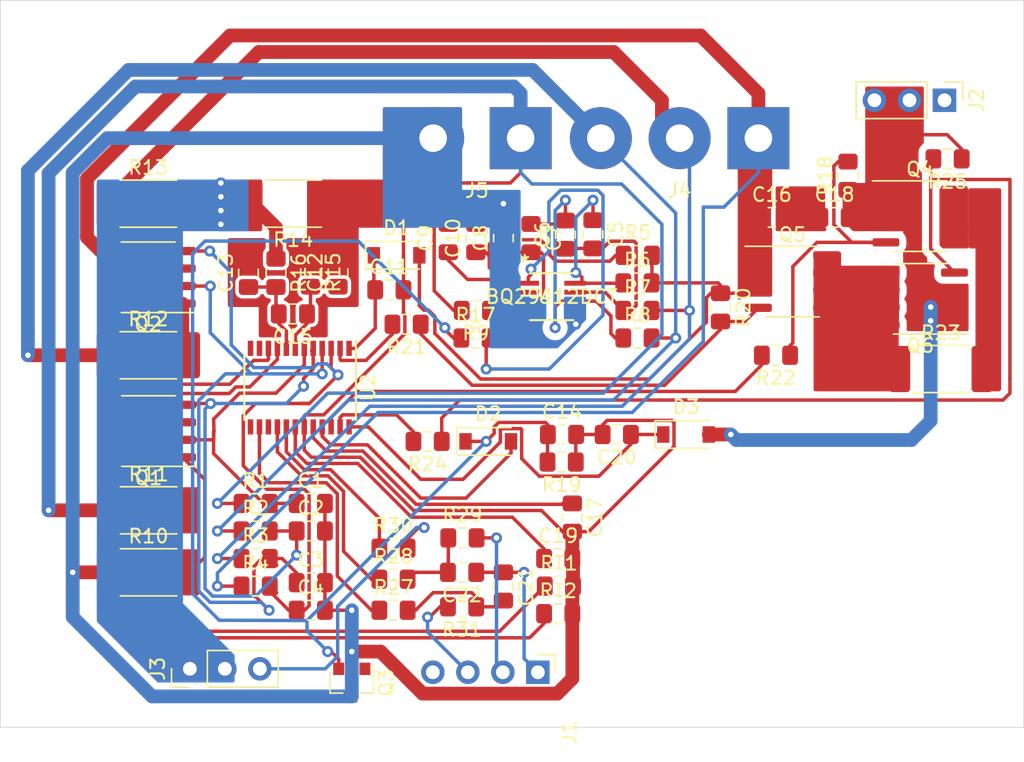
<source format=kicad_pcb>
(kicad_pcb (version 20241229) (generator "pcbnew") (generator_version "9.0")
  (layers (0 "F.Cu" signal) (2 "B.Cu" signal) (13 "F.Paste" user) (15 "B.Paste" user) (5 "F.SilkS" user) (7 "B.SilkS" user) (1 "F.Mask" user) (3 "B.Mask" user) (25 "Edge.Cuts" user))
  (net 0 "")
  (net 1 "Net-(C1-Pad1)")
  (net 2 "1N")
  (net 3 "Net-(C2-Pad1)")
  (net 4 "Net-(C3-Pad1)")
  (net 5 "Net-(C4-Pad1)")
  (net 6 "Net-(C5-Pad1)")
  (net 7 "Net-(C5-Pad2)")
  (net 8 "Net-(C6-Pad2)")
  (net 9 "Net-(C7-Pad2)")
  (net 10 "Net-(C9-Pad1)")
  (net 11 "Net-(C10-Pad1)")
  (net 12 "TP6")
  (net 13 "TP4")
  (net 14 "TP3")
  (net 15 "Net-(C16-Pad2)")
  (net 16 "4P")
  (net 17 "REG27")
  (net 18 "Net-(C19-Pad1)")
  (net 19 "Net-(C20-Pad1)")
  (net 20 "Net-(C21-Pad1)")
  (net 21 "Net-(C21-Pad2)")
  (net 22 "Net-(C22-Pad2)")
  (net 23 "T8")
  (net 24 "Net-(J3-Pad1)")
  (net 25 "Net-(Q1-Pad1)")
  (net 26 "Net-(Q1-Pad3)")
  (net 27 "2P")
  (net 28 "1P")
  (net 29 "3P")
  (net 30 "Net-(Q2-Pad3)")
  (net 31 "Net-(Q2-Pad1)")
  (net 32 "T5")
  (net 33 "Net-(Q4-Pad4)")
  (net 34 "Net-(Q4-Pad5)")
  (net 35 "Net-(Q5-Pad5)")
  (net 36 "Net-(Q5-Pad4)")
  (net 37 "Net-(Q6-Pad4)")
  (net 38 "Net-(R17-Pad2)")
  (net 39 "TP7")
  (net 40 "CHG")
  (net 41 "Net-(J3-Pad3)")
  (net 42 "Net-(R30-Pad1)")
  (net 43 "Net-(RT1-Pad1)")
  (net 44 "Net-(RT2-Pad1)")
  (net 45 "Net-(U2-Pad11)")
  (net 46 "Net-(U2-Pad12)")
  (net 47 "Net-(U2-Pad13)")
  (net 48 "Net-(U2-Pad15)")
  (net 49 "Net-(C14-Pad1)")
  (net 50 "Net-(C18-Pad2)")
  (net 51 "Net-(J1-Pad2)")
  (net 52 "Net-(J1-Pad3)")
  (net 53 "Net-(J1-Pad4)")
  (net 54 "Net-(J2-Pad1)")
  (net 55 "Net-(R22-Pad2)")
  (net 56 "Net-(R27-Pad1)")
  (net 57 "Net-(R28-Pad1)")
  (footprint "Connector_Wire:SolderWirePad_1x03_P5.715mm_Drill2mm" (layer "F.Cu") (at 179.5 51.25 180)
    (property "Reference" "J4")
    (property "Value" "Conn_01x03_Male")
  )
  (footprint "Connector_Wire:SolderWirePad_1x02_P7.62mm_Drill2mm" (layer "F.Cu") (at 162.25 51.25 180)
    (property "Reference" "J5")
    (property "Value" "Conn_01x02_Male")
  )
  (footprint "Capacitor_SMD:C_0805_2012Metric_Pad1.15x1.40mm_HandSolder" (layer "F.Cu") (at 147.025 77.75)
    (property "Reference" "C1")
    (property "Value" "0.1uF")
  )
  (footprint "Capacitor_SMD:C_0805_2012Metric_Pad1.15x1.40mm_HandSolder" (layer "F.Cu") (at 147.025 79.75)
    (property "Reference" "C2")
    (property "Value" "0.1uF")
  )
  (footprint "Capacitor_SMD:C_0805_2012Metric_Pad1.15x1.40mm_HandSolder" (layer "F.Cu") (at 147.025 83.5)
    (property "Reference" "C3")
    (property "Value" "0.1uF")
  )
  (footprint "Capacitor_SMD:C_0805_2012Metric_Pad1.15x1.40mm_HandSolder" (layer "F.Cu") (at 147.025 85.5)
    (property "Reference" "C4")
    (property "Value" "0.1uF")
  )
  (footprint "Capacitor_SMD:C_0805_2012Metric_Pad1.15x1.40mm_HandSolder" (layer "F.Cu") (at 167.5 58.225 -90)
    (property "Reference" "C5")
    (property "Value" "0.1uF")
  )
  (footprint "Capacitor_SMD:C_0805_2012Metric_Pad1.15x1.40mm_HandSolder" (layer "F.Cu") (at 165.5 58.25 90)
    (property "Reference" "C6")
    (property "Value" "0.1uF")
  )
  (footprint "Capacitor_SMD:C_0805_2012Metric_Pad1.15x1.40mm_HandSolder" (layer "F.Cu") (at 163 58.5 -90)
    (property "Reference" "C7")
    (property "Value" "0.1uF")
  )
  (footprint "Capacitor_SMD:C_0805_2012Metric_Pad1.15x1.40mm_HandSolder" (layer "F.Cu") (at 161 58.5 90)
    (property "Reference" "C8")
    (property "Value" "0.1uF")
  )
  (footprint "Capacitor_SMD:C_0805_2012Metric_Pad1.15x1.40mm_HandSolder" (layer "F.Cu") (at 157 58.5 90)
    (property "Reference" "C9")
    (property "Value" "0.22uF")
  )
  (footprint "Capacitor_SMD:C_0805_2012Metric_Pad1.15x1.40mm_HandSolder" (layer "F.Cu") (at 159 58.5 90)
    (property "Reference" "C10")
    (property "Value" "0.1uF")
  )
  (footprint "Capacitor_SMD:C_0805_2012Metric_Pad1.15x1.40mm_HandSolder" (layer "F.Cu") (at 152.725 62.25)
    (property "Reference" "C11")
    (property "Value" "1.0uF")
  )
  (footprint "Capacitor_SMD:C_0805_2012Metric_Pad1.15x1.40mm_HandSolder" (layer "F.Cu") (at 149 61 90)
    (property "Reference" "C12")
    (property "Value" "0.1uF")
  )
  (footprint "Capacitor_SMD:C_0805_2012Metric_Pad1.15x1.40mm_HandSolder" (layer "F.Cu") (at 142.5 61.025 90)
    (property "Reference" "C13")
    (property "Value" "0.1uF")
  )
  (footprint "Capacitor_SMD:C_0805_2012Metric_Pad1.15x1.40mm_HandSolder" (layer "F.Cu") (at 165.25 72.75)
    (property "Reference" "C14")
    (property "Value" "0.1uF")
  )
  (footprint "Capacitor_SMD:C_0805_2012Metric_Pad1.15x1.40mm_HandSolder" (layer "F.Cu") (at 145.725 64 180)
    (property "Reference" "C15")
    (property "Value" "0.1uF")
  )
  (footprint "Capacitor_SMD:C_0805_2012Metric_Pad1.15x1.40mm_HandSolder" (layer "F.Cu") (at 180.475 57)
    (property "Reference" "C16")
    (property "Value" "0.1uF")
  )
  (footprint "Capacitor_SMD:C_0805_2012Metric_Pad1.15x1.40mm_HandSolder" (layer "F.Cu") (at 166 78.775 -90)
    (property "Reference" "C17")
    (property "Value" "1.0uF")
  )
  (footprint "Capacitor_SMD:C_0805_2012Metric_Pad1.15x1.40mm_HandSolder" (layer "F.Cu") (at 185.025 57)
    (property "Reference" "C18")
    (property "Value" "0.1uF")
  )
  (footprint "Capacitor_SMD:C_0805_2012Metric_Pad1.15x1.40mm_HandSolder" (layer "F.Cu") (at 164.975 81.75)
    (property "Reference" "C19")
    (property "Value" "0.1uF")
  )
  (footprint "Capacitor_SMD:C_0805_2012Metric_Pad1.15x1.40mm_HandSolder" (layer "F.Cu") (at 169.225 72.75 180)
    (property "Reference" "C20")
    (property "Value" "1.0uF")
  )
  (footprint "Capacitor_SMD:C_0805_2012Metric_Pad1.15x1.40mm_HandSolder" (layer "F.Cu") (at 161 83.775 -90)
    (property "Reference" "C21")
    (property "Value" "100pF")
  )
  (footprint "Capacitor_SMD:C_0805_2012Metric_Pad1.15x1.40mm_HandSolder" (layer "F.Cu") (at 158 82.75 180)
    (property "Reference" "C22")
    (property "Value" "100pF")
  )
  (footprint "Diode_SMD:D_SOD-123" (layer "F.Cu") (at 153.25 59.75)
    (property "Reference" "D1")
    (property "Value" "MBR0560-TP")
  )
  (footprint "Diode_SMD:D_SOD-123" (layer "F.Cu") (at 159.9 73.25)
    (property "Reference" "D2")
    (property "Value" "MBR0560-TP")
  )
  (footprint "Diode_SMD:D_SOD-123" (layer "F.Cu") (at 174.25 72.75)
    (property "Reference" "D3")
    (property "Value" "MBR0560-TP")
  )
  (footprint "Connector_PinHeader_2.54mm:PinHeader_1x04_P2.54mm_Horizontal" (layer "F.Cu") (at 163.5 90 -90)
    (property "Reference" "J1")
    (property "Value" "Conn_01x04_Male" (hide yes))
  )
  (footprint "Connector_PinHeader_2.54mm:PinHeader_1x03_P2.54mm_Vertical" (layer "F.Cu") (at 193 48.5 -90)
    (property "Reference" "J2")
    (property "Value" "Conn_01x03_Male")
  )
  (footprint "Connector_PinHeader_2.54mm:PinHeader_1x03_P2.54mm_Vertical" (layer "F.Cu") (at 138.25 89.75 90)
    (property "Reference" "J3")
    (property "Value" "Conn_01x03_Male")
  )
  (footprint "Package_SO:SOIC-8_3.9x4.9mm_P1.27mm" (layer "F.Cu") (at 135.25 72.5 180)
    (property "Reference" "Q1")
    (property "Value" "Si1023x")
  )
  (footprint "Package_SO:SOIC-8_3.9x4.9mm_P1.27mm" (layer "F.Cu") (at 135.225 61.345 180)
    (property "Reference" "Q2")
    (property "Value" "Si1023x")
  )
  (footprint "Package_SO:SOIC-8_3.9x4.9mm_P1.27mm" (layer "F.Cu") (at 191.225 56.905)
    (property "Reference" "Q4")
    (property "Value" "SI4435DYTRPBF")
  )
  (footprint "Package_SO:SOIC-8_3.9x4.9mm_P1.27mm" (layer "F.Cu") (at 181.975 61.655)
    (property "Reference" "Q5")
    (property "Value" "SI4435DYTRPBF")
  )
  (footprint "Package_SO:SOIC-8_3.9x4.9mm_P1.27mm" (layer "F.Cu") (at 191.25 62.905 180)
    (property "Reference" "Q6")
    (property "Value" "SI4435DYTRPBF")
  )
  (footprint "Resistor_SMD:R_0805_2012Metric_Pad1.15x1.40mm_HandSolder" (layer "F.Cu") (at 143.025 77.75)
    (property "Reference" "R1")
    (property "Value" "1k")
  )
  (footprint "Resistor_SMD:R_0805_2012Metric_Pad1.15x1.40mm_HandSolder" (layer "F.Cu") (at 143.025 79.75)
    (property "Reference" "R2")
    (property "Value" "1k")
  )
  (footprint "Resistor_SMD:R_0805_2012Metric_Pad1.15x1.40mm_HandSolder" (layer "F.Cu") (at 143.025 81.75)
    (property "Reference" "R3")
    (property "Value" "1k")
  )
  (footprint "Resistor_SMD:R_0805_2012Metric_Pad1.15x1.40mm_HandSolder" (layer "F.Cu") (at 143.025 83.75)
    (property "Reference" "R4")
    (property "Value" "1k")
  )
  (footprint "Resistor_SMD:R_0805_2012Metric_Pad1.15x1.40mm_HandSolder" (layer "F.Cu") (at 170.75 59.75)
    (property "Reference" "R5")
    (property "Value" "1k")
  )
  (footprint "Resistor_SMD:R_0805_2012Metric_Pad1.15x1.40mm_HandSolder" (layer "F.Cu") (at 170.725 61.75)
    (property "Reference" "R6")
    (property "Value" "1k")
  )
  (footprint "Resistor_SMD:R_0805_2012Metric_Pad1.15x1.40mm_HandSolder" (layer "F.Cu") (at 170.725 63.75)
    (property "Reference" "R7")
    (property "Value" "1k")
  )
  (footprint "Resistor_SMD:R_0805_2012Metric_Pad1.15x1.40mm_HandSolder" (layer "F.Cu") (at 170.725 65.75)
    (property "Reference" "R8")
    (property "Value" "1k")
  )
  (footprint "Resistor_SMD:R_0805_2012Metric_Pad1.15x1.40mm_HandSolder" (layer "F.Cu") (at 159 63.75 180)
    (property "Reference" "R9")
    (property "Value" "1k")
  )
  (footprint "Resistor_SMD:R_2512_6332Metric_Pad1.52x3.35mm_HandSolder" (layer "F.Cu") (at 135.25 82.75)
    (property "Reference" "R10")
    (property "Value" "100 2W")
  )
  (footprint "Resistor_SMD:R_2512_6332Metric_Pad1.52x3.35mm_HandSolder" (layer "F.Cu") (at 135.2625 78.25)
    (property "Reference" "R11")
    (property "Value" "100 2W")
  )
  (footprint "Resistor_SMD:R_2512_6332Metric_Pad1.52x3.35mm_HandSolder" (layer "F.Cu") (at 135.2375 67)
    (property "Reference" "R12")
    (property "Value" "100 2W")
  )
  (footprint "Resistor_SMD:R_2512_6332Metric_Pad1.52x3.35mm_HandSolder" (layer "F.Cu") (at 135.2375 56)
    (property "Reference" "R13")
    (property "Value" "100 2W")
  )
  (footprint "Resistor_SMD:R_2512_6332Metric_Pad1.52x3.35mm_HandSolder" (layer "F.Cu") (at 145.75 56 180)
    (property "Reference" "R14")
    (property "Value" "0.005 75ppm")
  )
  (footprint "Resistor_SMD:R_0805_2012Metric_Pad1.15x1.40mm_HandSolder" (layer "F.Cu") (at 147 61 -90)
    (property "Reference" "R15")
    (property "Value" "100")
  )
  (footprint "Resistor_SMD:R_0805_2012Metric_Pad1.15x1.40mm_HandSolder" (layer "F.Cu") (at 144.5 61.025 -90)
    (property "Reference" "R16")
    (property "Value" "100")
  )
  (footprint "Resistor_SMD:R_0805_2012Metric_Pad1.15x1.40mm_HandSolder" (layer "F.Cu") (at 158.975 65.75)
    (property "Reference" "R17")
    (property "Value" "220K")
  )
  (footprint "Resistor_SMD:R_0805_2012Metric_Pad1.15x1.40mm_HandSolder" (layer "F.Cu") (at 186 53.975 90)
    (property "Reference" "R18")
    (property "Value" "1M")
  )
  (footprint "Resistor_SMD:R_0805_2012Metric_Pad1.15x1.40mm_HandSolder" (layer "F.Cu") (at 165.225 74.75 180)
    (property "Reference" "R19")
    (property "Value" "220K")
  )
  (footprint "Resistor_SMD:R_0805_2012Metric_Pad1.15x1.40mm_HandSolder" (layer "F.Cu") (at 176.75 63.525 -90)
    (property "Reference" "R20")
    (property "Value" "3M")
  )
  (footprint "Resistor_SMD:R_0805_2012Metric_Pad1.15x1.40mm_HandSolder" (layer "F.Cu") (at 153.975 64.75 180)
    (property "Reference" "R21")
    (property "Value" "5.1K")
  )
  (footprint "Resistor_SMD:R_2512_6332Metric_Pad1.52x3.35mm_HandSolder" (layer "F.Cu") (at 192.7375 68)
    (property "Reference" "R23")
    (property "Value" "301 1W")
  )
  (footprint "Resistor_SMD:R_0805_2012Metric_Pad1.15x1.40mm_HandSolder" (layer "F.Cu") (at 155.5 73.25 180)
    (property "Reference" "R24")
    (property "Value" "5.1K")
  )
  (footprint "Resistor_SMD:R_0805_2012Metric_Pad1.15x1.40mm_HandSolder" (layer "F.Cu") (at 193.225 52.75 180)
    (property "Reference" "R25")
    (property "Value" "3M")
  )
  (footprint "Resistor_SMD:R_0805_2012Metric_Pad1.15x1.40mm_HandSolder" (layer "F.Cu") (at 153.025 85.5)
    (property "Reference" "R27")
    (property "Value" "200")
  )
  (footprint "Resistor_SMD:R_0805_2012Metric_Pad1.15x1.40mm_HandSolder" (layer "F.Cu") (at 153.025 83.25)
    (property "Reference" "R28")
    (property "Value" "200")
  )
  (footprint "Resistor_SMD:R_0805_2012Metric_Pad1.15x1.40mm_HandSolder" (layer "F.Cu") (at 158.025 80.25)
    (property "Reference" "R29")
    (property "Value" "100")
  )
  (footprint "Resistor_SMD:R_0805_2012Metric_Pad1.15x1.40mm_HandSolder" (layer "F.Cu") (at 153.025 81)
    (property "Reference" "R30")
    (property "Value" "1K")
  )
  (footprint "Resistor_SMD:R_0805_2012Metric_Pad1.15x1.40mm_HandSolder" (layer "F.Cu") (at 158 85.25 180)
    (property "Reference" "R31")
    (property "Value" "100")
  )
  (footprint "Resistor_SMD:R_0805_2012Metric_Pad1.15x1.40mm_HandSolder" (layer "F.Cu") (at 165.025 83.75)
    (property "Reference" "RT1")
    (property "Value" "10k")
  )
  (footprint "Resistor_SMD:R_0805_2012Metric_Pad1.15x1.40mm_HandSolder" (layer "F.Cu") (at 164.975 85.75)
    (property "Reference" "RT2")
    (property "Value" "10k")
  )
  (footprint "footprints:SN74LVC2G241_DCT_8" (layer "F.Cu") (at 164.5 62.75)
    (property "Reference" "U1")
    (property "Value" "BQ29412DCT")
  )
  (footprint "Package_SO:TSSOP-24_4.4x7.8mm_P0.65mm" (layer "F.Cu") (at 146.225 69.35 -90)
    (property "Reference" "U2")
    (property "Value" "BQ3060PW")
  )
  (footprint "Resistor_SMD:R_0805_2012Metric_Pad1.15x1.40mm_HandSolder" (layer "F.Cu") (at 180.775 67 180)
    (property "Reference" "R22")
    (property "Value" "5.1K")
  )
  (footprint "Package_TO_SOT_SMD:SOT-23" (layer "F.Cu") (at 150 90.75 -90)
    (property "Reference" "Q3")
    (property "Value" "NDS351AN")
  )
  (gr_line (start 124.5 94) (end 124.5 41.25) (stroke (width 0.05)) (layer "Edge.Cuts"))
  (gr_line (start 198.75 41.25) (end 198.75 94) (stroke (width 0.05)) (layer "Edge.Cuts"))
  (gr_line (start 198.75 94) (end 124.5 94) (stroke (width 0.05)) (layer "Edge.Cuts"))
  (gr_line (start 124.5 41.25) (end 198.75 41.25) (stroke (width 0.05)) (layer "Edge.Cuts"))
  (segment (start 140 72.5) (end 139.97319 71.632578) (width 0.25) (layer "F.Cu") (net 1))
  (segment (start 144.5 69.75) (end 146.55 67.7) (width 0.25) (layer "F.Cu") (net 1))
  (segment (start 143.58819 77.75) (end 139.97319 74.135) (width 0.25) (layer "F.Cu") (net 1))
  (segment (start 139.97319 71.632578) (end 141.855768 69.75) (width 0.25) (layer "F.Cu") (net 1))
  (segment (start 146.55 67.7) (end 146.55 67.3) (width 0.25) (layer "F.Cu") (net 1))
  (segment (start 146 77.75) (end 144.05 77.75) (width 0.25) (layer "F.Cu") (net 1))
  (segment (start 141.855768 69.75) (end 144.5 69.75) (width 0.25) (layer "F.Cu") (net 1))
  (segment (start 138.7 73.135) (end 137.725 73.135) (width 0.25) (layer "F.Cu") (net 1))
  (segment (start 144.05 77.75) (end 143.58819 77.75) (width 0.25) (layer "F.Cu") (net 1))
  (segment (start 139.97319 74.135) (end 139.97319 72.52681) (width 0.25) (layer "F.Cu") (net 1))
  (segment (start 139.97319 73.135) (end 140 72.5) (width 0.25) (layer "F.Cu") (net 1))
  (segment (start 139.97319 72.52681) (end 140 72.5) (width 0.25) (layer "F.Cu") (net 1))
  (segment (start 139.97319 73.135) (end 138.7 73.135) (width 0.25) (layer "F.Cu") (net 1))
  (segment (start 146.55 67.3) (end 146.55 66.5) (width 0.25) (layer "F.Cu") (net 1))
  (segment (start 166.25 65) (end 166.25 65) (width 0.25) (layer "F.Cu") (net 2))
  (segment (start 161 56) (end 161 56) (width 0.25) (layer "F.Cu") (net 2))
  (segment (start 129.75 82.75) (end 129.75 82.75) (width 1) (layer "F.Cu") (net 2))
  (segment (start 150 88.5) (end 150 88.5) (width 0.25) (layer "F.Cu") (net 2))
  (segment (start 167.185002 79.8) (end 166.7 79.8) (width 0.25) (layer "F.Cu") (net 2))
  (segment (start 154.477278 78.263608) (end 163.763608 78.263608) (width 0.25) (layer "F.Cu") (net 2))
  (segment (start 153.75 62.25) (end 153.75 57.25) (width 0.25) (layer "F.Cu") (net 2))
  (segment (start 150 88.5) (end 152.085998 88.5) (width 1) (layer "F.Cu") (net 2))
  (segment (start 147.963191 71.324999) (end 146.625001 71.324999) (width 0.25) (layer "F.Cu") (net 2))
  (segment (start 166 81.75) (end 166 79.8) (width 1) (layer "F.Cu") (net 2))
  (segment (start 153.85001 65.43818) (end 147.963191 71.324999) (width 0.25) (layer "F.Cu") (net 2))
  (segment (start 150 91.75) (end 150 91.05) (width 0.25) (layer "F.Cu") (net 2))
  (segment (start 173.209992 71.72499) (end 173.375001 71.889999) (width 0.25) (layer "F.Cu") (net 2))
  (segment (start 132.2625 82.75) (end 129.75 82.75) (width 1) (layer "F.Cu") (net 2))
  (segment (start 166 85.75) (end 166 83.8) (width 1) (layer "F.Cu") (net 2))
  (segment (start 147 59.975) (end 147 57.7375) (width 0.25) (layer "F.Cu") (net 2))
  (segment (start 153.85001 64.06182) (end 153.85001 65.43818) (width 0.25) (layer "F.Cu") (net 2))
  (segment (start 166.275 72.75) (end 168.2 72.75) (width 0.25) (layer "F.Cu") (net 2))
  (segment (start 146.55 72.2) (end 146.55 73.885002) (width 0.25) (layer "F.Cu") (net 2))
  (segment (start 166 90.460002) (end 166 86.45) (width 1) (layer "F.Cu") (net 2))
  (segment (start 163.763608 78.263608) (end 165.3 79.8) (width 0.25) (layer "F.Cu") (net 2))
  (segment (start 146.625001 71.324999) (end 146.55 71.4) (width 0.25) (layer "F.Cu") (net 2))
  (segment (start 148.05 79.75) (end 148.05 80.45) (width 0.25) (layer "F.Cu") (net 2))
  (segment (start 173.375001 71.889999) (end 173.375001 73.610001) (width 0.25) (layer "F.Cu") (net 2))
  (segment (start 157 57.475) (end 159 57.475) (width 0.25) (layer "F.Cu") (net 2))
  (segment (start 166.7 79.8) (end 166 79.8) (width 0.25) (layer "F.Cu") (net 2))
  (segment (start 166.25 72.775) (end 166.275 72.75) (width 0.25) (layer "F.Cu") (net 2))
  (segment (start 150.61364 74.39997) (end 154.477278 78.263608) (width 0.25) (layer "F.Cu") (net 2))
  (segment (start 166 86.45) (end 166 85.75) (width 1) (layer "F.Cu") (net 2))
  (segment (start 153.75 63.96181) (end 153.85001 64.06182) (width 0.25) (layer "F.Cu") (net 2))
  (segment (start 166.05 83.75) (end 166.05 81.8) (width 1) (layer "F.Cu") (net 2))
  (segment (start 166.69545 64.152799) (end 166.25 64.598249) (width 0.25) (layer "F.Cu") (net 2))
  (segment (start 147 57.7375) (end 148.7375 56) (width 0.25) (layer "F.Cu") (net 2))
  (segment (start 147.064968 74.39997) (end 150.61364 74.39997) (width 0.25) (layer "F.Cu") (net 2))
  (segment (start 166.25 74.75) (end 166.25 72.775) (width 0.25) (layer "F.Cu") (net 2))
  (segment (start 168.52501 71.72499) (end 173.209992 71.72499) (width 0.25) (layer "F.Cu") (net 2))
  (segment (start 168.2 72.05) (end 168.52501 71.72499) (width 0.25) (layer "F.Cu") (net 2))
  (segment (start 150 85.5) (end 148.05 85.5) (width 0.25) (layer "F.Cu") (net 2))
  (segment (start 146.55 71.4) (end 146.55 72.2) (width 0.25) (layer "F.Cu") (net 2))
  (segment (start 148.05 83.5) (end 148.05 85.5) (width 0.25) (layer "F.Cu") (net 2))
  (segment (start 164.910001 91.550001) (end 166 90.460002) (width 1) (layer "F.Cu") (net 2))
  (segment (start 152.75 56.25) (end 151.5 56.25) (width 0.25) (layer "F.Cu") (net 2))
  (segment (start 155.135999 91.550001) (end 164.910001 91.550001) (width 1) (layer "F.Cu") (net 2))
  (segment (start 152.085998 88.5) (end 155.135999 91.550001) (width 1) (layer "F.Cu") (net 2))
  (segment (start 166 83.8) (end 166.05 83.75) (width 1) (layer "F.Cu") (net 2))
  (segment (start 146.55 73.885002) (end 147.064968 74.39997) (width 0.25) (layer "F.Cu") (net 2))
  (segment (start 148.05 85.5) (end 148.625 85.5) (width 0.25) (layer "F.Cu") (net 2))
  (segment (start 165.3 79.8) (end 166 79.8) (width 0.25) (layer "F.Cu") (net 2))
  (segment (start 148.05 80.45) (end 148.05 83.5) (width 0.25) (layer "F.Cu") (net 2))
  (segment (start 166.05 81.8) (end 166 81.75) (width 1) (layer "F.Cu") (net 2))
  (segment (start 153.75 57.25) (end 152.75 56.25) (width 0.25) (layer "F.Cu") (net 2))
  (segment (start 148.05 77.75) (end 148.05 79.75) (width 0.25) (layer "F.Cu") (net 2))
  (segment (start 168.2 72.75) (end 168.2 72.05) (width 0.25) (layer "F.Cu") (net 2))
  (segment (start 166.69545 63.724999) (end 166.69545 64.152799) (width 0.25) (layer "F.Cu") (net 2))
  (segment (start 150 91.05) (end 150 88.5) (width 0.25) (layer "F.Cu") (net 2))
  (segment (start 159 57.475) (end 161 57.475) (width 0.25) (layer "F.Cu") (net 2))
  (segment (start 161 57.475) (end 161 56) (width 0.25) (layer "F.Cu") (net 2))
  (segment (start 153.75 62.25) (end 153.75 63.96181) (width 0.25) (layer "F.Cu") (net 2))
  (segment (start 173.375001 73.610001) (end 167.185002 79.8) (width 0.25) (layer "F.Cu") (net 2))
  (segment (start 164.79999 79.29999) (end 165.3 79.8) (width 0.25) (layer "F.Cu") (net 2))
  (via (at 150 88.5) (size 0.8) (drill 0.4) (layers "F.Cu" "B.Cu") (net 2))
  (via (at 161 56) (size 0.8) (drill 0.4) (layers "F.Cu" "B.Cu") (net 2))
  (via (at 129.75 82.75) (size 0.8) (drill 0.4) (layers "F.Cu" "B.Cu") (net 2))
  (via (at 166.25 64.75) (size 0.8) (drill 0.4) (layers "F.Cu" "B.Cu") (net 2))
  (via (at 150 85.5) (size 0.8) (drill 0.4) (layers "F.Cu" "B.Cu") (net 2))
  (segment (start 129.75 86) (end 135.5 91.75) (width 1) (layer "B.Cu") (net 2))
  (segment (start 129.75 82.75) (end 129.75 86) (width 1) (layer "B.Cu") (net 2))
  (segment (start 129.75 53.75) (end 132.25 51.25) (width 1) (layer "B.Cu") (net 2))
  (segment (start 135.5 91.75) (end 150 91.75) (width 1) (layer "B.Cu") (net 2))
  (segment (start 150 91.75) (end 150 88.5) (width 1) (layer "B.Cu") (net 2))
  (segment (start 132.25 51.25) (end 155.9 51.25) (width 1) (layer "B.Cu") (net 2))
  (segment (start 150 88.5) (end 150 85.5) (width 1) (layer "B.Cu") (net 2))
  (segment (start 129.75 82.75) (end 129.75 53.75) (width 1) (layer "B.Cu") (net 2))
  (segment (start 139.75 70.5) (end 139.75 70.5) (width 0.25) (layer "F.Cu") (net 3))
  (segment (start 146 81.5) (end 146 81.5) (width 0.25) (layer "F.Cu") (net 3))
  (segment (start 147.2 66.55) (end 147.075001 66.674999) (width 0.25) (layer "F.Cu") (net 3))
  (segment (start 146.5 69.25) (end 146.5 68.684315) (width 0.25) (layer "F.Cu") (net 3))
  (segment (start 146.5 68.684315) (end 147.2 67.984315) (width 0.25) (layer "F.Cu") (net 3))
  (segment (start 147.2 66.5) (end 147.2 66.55) (width 0.25) (layer "F.Cu") (net 3))
  (segment (start 138.795 70.5) (end 139.75 70.5) (width 0.25) (layer "F.Cu") (net 3))
  (segment (start 137.725 70.595) (end 138.7 70.595) (width 0.25) (layer "F.Cu") (net 3))
  (segment (start 146 79.75) (end 144.05 79.75) (width 0.25) (layer "F.Cu") (net 3))
  (segment (start 146 79.75) (end 146 81.5) (width 0.25) (layer "F.Cu") (net 3))
  (segment (start 147.2 67.984315) (end 147.2 67.3) (width 0.25) (layer "F.Cu") (net 3))
  (segment (start 147.2 67.3) (end 147.2 66.5) (width 0.25) (layer "F.Cu") (net 3))
  (segment (start 138.7 70.595) (end 138.795 70.5) (width 0.25) (layer "F.Cu") (net 3))
  (via (at 146.5 69.25) (size 0.8) (drill 0.4) (layers "F.Cu" "B.Cu") (net 3))
  (via (at 139.75 70.5) (size 0.8) (drill 0.4) (layers "F.Cu" "B.Cu") (net 3))
  (via (at 146 81.5) (size 0.8) (drill 0.4) (layers "F.Cu" "B.Cu") (net 3))
  (segment (start 139.75 70.5) (end 145.25 70.5) (width 0.25) (layer "B.Cu") (net 3))
  (segment (start 139.350001 70.899999) (end 139.75 70.5) (width 0.25) (layer "B.Cu") (net 3))
  (segment (start 139.350001 83.923003) (end 139.350001 70.899999) (width 0.25) (layer "B.Cu") (net 3))
  (segment (start 145.25 70.5) (end 146.5 69.25) (width 0.25) (layer "B.Cu") (net 3))
  (segment (start 139.901999 84.475001) (end 139.350001 83.923003) (width 0.25) (layer "B.Cu") (net 3))
  (segment (start 143.024999 84.475001) (end 139.901999 84.475001) (width 0.25) (layer "B.Cu") (net 3))
  (segment (start 146 81.5) (end 143.024999 84.475001) (width 0.25) (layer "B.Cu") (net 3))
  (segment (start 147.85 68.35) (end 147.85 68.35) (width 0.25) (layer "F.Cu") (net 4))
  (segment (start 139.73 61.98) (end 139.73 61.98) (width 0.25) (layer "F.Cu") (net 4))
  (segment (start 144.625 81.75) (end 144.05 81.75) (width 0.25) (layer "F.Cu") (net 4))
  (segment (start 142.90001 82.32499) (end 143.475 81.75) (width 0.25) (layer "F.Cu") (net 4))
  (segment (start 137.7 61.98) (end 139.73 61.98) (width 0.25) (layer "F.Cu") (net 4))
  (segment (start 143.475 81.75) (end 144.05 81.75) (width 0.25) (layer "F.Cu") (net 4))
  (segment (start 142.90001 84.40001) (end 142.90001 82.32499) (width 0.25) (layer "F.Cu") (net 4))
  (segment (start 144.55 82.25) (end 144.05 81.75) (width 0.25) (layer "F.Cu") (net 4))
  (segment (start 147.85 66.5) (end 147.85 68.35) (width 0.25) (layer "F.Cu") (net 4))
  (segment (start 146 83.5) (end 146 82.8) (width 0.25) (layer "F.Cu") (net 4))
  (segment (start 144.95 81.75) (end 144.625 81.75) (width 0.25) (layer "F.Cu") (net 4))
  (segment (start 146 82.8) (end 144.95 81.75) (width 0.25) (layer "F.Cu") (net 4))
  (segment (start 144 85.5) (end 142.90001 84.40001) (width 0.25) (layer "F.Cu") (net 4))
  (via (at 139.73 61.98) (size 0.8) (drill 0.4) (layers "F.Cu" "B.Cu") (net 4))
  (via (at 147.85 68.35) (size 0.8) (drill 0.4) (layers "F.Cu" "B.Cu") (net 4))
  (via (at 144 85.5) (size 0.8) (drill 0.4) (layers "F.Cu" "B.Cu") (net 4))
  (segment (start 138.899991 84.109403) (end 138.899991 70.277007) (width 0.25) (layer "B.Cu") (net 4))
  (segment (start 143.42501 84.92501) (end 139.715598 84.92501) (width 0.25) (layer "B.Cu") (net 4))
  (segment (start 144 85.5) (end 143.42501 84.92501) (width 0.25) (layer "B.Cu") (net 4))
  (segment (start 147.85 68.35) (end 142.71359 68.35) (width 0.25) (layer "B.Cu") (net 4))
  (segment (start 139.73 65.36641) (end 139.73 62.545685) (width 0.25) (layer "B.Cu") (net 4))
  (segment (start 139.73 62.545685) (end 139.73 61.98) (width 0.25) (layer "B.Cu") (net 4))
  (segment (start 140.826998 68.35) (end 142.71359 68.35) (width 0.25) (layer "B.Cu") (net 4))
  (segment (start 142.71359 68.35) (end 139.73 65.36641) (width 0.25) (layer "B.Cu") (net 4))
  (segment (start 139.715598 84.92501) (end 138.899991 84.109403) (width 0.25) (layer "B.Cu") (net 4))
  (segment (start 138.899991 70.277007) (end 140.826998 68.35) (width 0.25) (layer "B.Cu") (net 4))
  (segment (start 139.69 59.44) (end 139.69 59.44) (width 0.25) (layer "F.Cu") (net 5))
  (segment (start 146.25 70.5) (end 146.928588 70.5) (width 0.25) (layer "F.Cu") (net 5))
  (segment (start 144.05 84.125) (end 144.05 83.75) (width 0.25) (layer "F.Cu") (net 5))
  (segment (start 146.575 85.5) (end 146 85.5) (width 0.25) (layer "F.Cu") (net 5))
  (segment (start 146.56318 76.72499) (end 146.90001 77.06182) (width 0.25) (layer "F.Cu") (net 5))
  (segment (start 143.014998 70.5) (end 142.124999 71.389999) (width 0.25) (layer "F.Cu") (net 5))
  (segment (start 146.926998 70.5) (end 146.25 70.5) (width 0.25) (layer "F.Cu") (net 5))
  (segment (start 148.5 66.5) (end 148.5 67.926998) (width 0.25) (layer "F.Cu") (net 5))
  (segment (start 148.5 66.5) (end 148.5 66.75) (width 0.25) (layer "F.Cu") (net 5))
  (segment (start 145.425 85.5) (end 144.05 84.125) (width 0.25) (layer "F.Cu") (net 5))
  (segment (start 146.90001 85.17499) (end 146.575 85.5) (width 0.25) (layer "F.Cu") (net 5))
  (segment (start 146.90001 77.06182) (end 146.90001 85.17499) (width 0.25) (layer "F.Cu") (net 5))
  (segment (start 146.25 70.5) (end 143.014998 70.5) (width 0.25) (layer "F.Cu") (net 5))
  (segment (start 142.124999 75.011409) (end 143.83858 76.72499) (width 0.25) (layer "F.Cu") (net 5))
  (segment (start 142.124999 71.389999) (end 142.124999 75.011409) (width 0.25) (layer "F.Cu") (net 5))
  (segment (start 144.55 84.25) (end 144.05 83.75) (width 0.25) (layer "F.Cu") (net 5))
  (segment (start 137.7 59.44) (end 139.69 59.44) (width 0.25) (layer "F.Cu") (net 5))
  (segment (start 143.83858 76.72499) (end 146.56318 76.72499) (width 0.25) (layer "F.Cu") (net 5))
  (segment (start 149 68.426998) (end 146.926998 70.5) (width 0.25) (layer "F.Cu") (net 5))
  (segment (start 148.5 67.926998) (end 149 68.426998) (width 0.25) (layer "F.Cu") (net 5))
  (segment (start 148.5 66.75) (end 148.575001 66.825001) (width 0.25) (layer "F.Cu") (net 5))
  (segment (start 146 85.5) (end 145.425 85.5) (width 0.25) (layer "F.Cu") (net 5))
  (via (at 139.69 59.44) (size 0.8) (drill 0.4) (layers "F.Cu" "B.Cu") (net 5))
  (via (at 149 68.426998) (size 0.8) (drill 0.4) (layers "F.Cu" "B.Cu") (net 5))
  (segment (start 149 68.426998) (end 149 68.426998) (width 0.25) (layer "B.Cu") (net 5))
  (segment (start 148.198001 67.624999) (end 148.600001 68.026999) (width 0.25) (layer "B.Cu") (net 5))
  (segment (start 142.89999 67.89999) (end 147.227008 67.89999) (width 0.25) (layer "B.Cu") (net 5))
  (segment (start 147.501999 67.624999) (end 148.198001 67.624999) (width 0.25) (layer "B.Cu") (net 5))
  (segment (start 139.69 59.44) (end 141.25 61) (width 0.25) (layer "B.Cu") (net 5))
  (segment (start 147.227008 67.89999) (end 147.501999 67.624999) (width 0.25) (layer "B.Cu") (net 5))
  (segment (start 148.600001 68.026999) (end 149 68.426998) (width 0.25) (layer "B.Cu") (net 5))
  (segment (start 141.25 66.25) (end 142.89999 67.89999) (width 0.25) (layer "B.Cu") (net 5))
  (segment (start 141.25 61) (end 141.25 66.25) (width 0.25) (layer "B.Cu") (net 5))
  (segment (start 167.5 55.75) (end 167.5 55.75) (width 0.25) (layer "F.Cu") (net 6))
  (segment (start 166.25 61) (end 166.25 61) (width 0.25) (layer "F.Cu") (net 6))
  (segment (start 167.5 57.2) (end 167.5 55.75) (width 0.25) (layer "F.Cu") (net 6))
  (segment (start 166.69545 61.775001) (end 166.69545 61.347201) (width 0.25) (layer "F.Cu") (net 6))
  (segment (start 166.348249 61) (end 166.25 61) (width 0.25) (layer "F.Cu") (net 6))
  (segment (start 169.674999 61.775001) (end 169.7 61.75) (width 0.25) (layer "F.Cu") (net 6))
  (segment (start 166.69545 61.347201) (end 166.348249 61) (width 0.25) (layer "F.Cu") (net 6))
  (segment (start 166.69545 61.775001) (end 169.674999 61.775001) (width 0.25) (layer "F.Cu") (net 6))
  (via (at 167.5 55.75) (size 0.8) (drill 0.4) (layers "F.Cu" "B.Cu") (net 6))
  (via (at 166.25 61) (size 0.8) (drill 0.4) (layers "F.Cu" "B.Cu") (net 6))
  (segment (start 166.25 57.5) (end 166.25 57.25) (width 0.25) (layer "B.Cu") (net 6))
  (segment (start 166.25 61) (end 166.25 57.5) (width 0.25) (layer "B.Cu") (net 6))
  (segment (start 166.25 57) (end 167.5 55.75) (width 0.25) (layer "B.Cu") (net 6))
  (segment (start 166.25 57) (end 166.25 57.5) (width 0.25) (layer "B.Cu") (net 6))
  (segment (start 167.5 59.25) (end 165.525 59.25) (width 0.25) (layer "F.Cu") (net 7))
  (segment (start 170.62501 58.87501) (end 170.62501 63.39999) (width 0.25) (layer "F.Cu") (net 7))
  (segment (start 166.69545 62.424999) (end 168.374999 62.424999) (width 0.25) (layer "F.Cu") (net 7))
  (segment (start 168.72501 58.72499) (end 170.47499 58.72499) (width 0.25) (layer "F.Cu") (net 7))
  (segment (start 165.525 59.25) (end 165.5 59.275) (width 0.25) (layer "F.Cu") (net 7))
  (segment (start 170.62501 63.39999) (end 170.275 63.75) (width 0.25) (layer "F.Cu") (net 7))
  (segment (start 167.5 59.25) (end 168.2 59.25) (width 0.25) (layer "F.Cu") (net 7))
  (segment (start 170.275 63.75) (end 169.7 63.75) (width 0.25) (layer "F.Cu") (net 7))
  (segment (start 168.2 59.25) (end 168.72501 58.72499) (width 0.25) (layer "F.Cu") (net 7))
  (segment (start 170.47499 58.72499) (end 170.62501 58.87501) (width 0.25) (layer "F.Cu") (net 7))
  (segment (start 168.374999 62.424999) (end 169.7 63.75) (width 0.25) (layer "F.Cu") (net 7))
  (segment (start 165.5 55.75) (end 165.5 55.75) (width 0.25) (layer "F.Cu") (net 8))
  (segment (start 164.75 65) (end 164.75 65) (width 0.25) (layer "F.Cu") (net 8))
  (segment (start 165.1644 63.075001) (end 166.19545 63.075001) (width 0.25) (layer "F.Cu") (net 8))
  (segment (start 165.5 57.225) (end 165.5 56.65) (width 0.25) (layer "F.Cu") (net 8))
  (segment (start 168.79999 64.148491) (end 168.79999 65.42499) (width 0.25) (layer "F.Cu") (net 8))
  (segment (start 167.7265 63.075001) (end 168.79999 64.148491) (width 0.25) (layer "F.Cu") (net 8))
  (segment (start 169.125 65.75) (end 169.7 65.75) (width 0.25) (layer "F.Cu") (net 8))
  (segment (start 164.75 65) (end 164.75 63.489401) (width 0.25) (layer "F.Cu") (net 8))
  (segment (start 166.69545 63.075001) (end 165.6644 63.075001) (width 0.25) (layer "F.Cu") (net 8))
  (segment (start 165.5 56.65) (end 165.5 55.75) (width 0.25) (layer "F.Cu") (net 8))
  (segment (start 168.79999 65.42499) (end 169.125 65.75) (width 0.25) (layer "F.Cu") (net 8))
  (segment (start 164.75 63.489401) (end 165.1644 63.075001) (width 0.25) (layer "F.Cu") (net 8))
  (segment (start 163 57.475) (end 165 57.475) (width 0.25) (layer "F.Cu") (net 8))
  (segment (start 166.69545 63.075001) (end 167.7265 63.075001) (width 0.25) (layer "F.Cu") (net 8))
  (via (at 164.75 65) (size 0.8) (drill 0.4) (layers "F.Cu" "B.Cu") (net 8))
  (via (at 165.5 55.75) (size 0.8) (drill 0.4) (layers "F.Cu" "B.Cu") (net 8))
  (segment (start 164.75 65) (end 164.75 57) (width 0.25) (layer "B.Cu") (net 8))
  (segment (start 164.75 56.5) (end 164.75 57) (width 0.25) (layer "B.Cu") (net 8))
  (segment (start 164.75 56.5) (end 165.5 55.75) (width 0.25) (layer "B.Cu") (net 8))
  (segment (start 164.75 57) (end 164.75 56.75) (width 0.25) (layer "B.Cu") (net 8))
  (segment (start 163.910601 59.735601) (end 163.7 59.525) (width 0.25) (layer "F.Cu") (net 9))
  (segment (start 163.7 59.525) (end 163 59.525) (width 0.25) (layer "F.Cu") (net 9))
  (segment (start 163.698404 63.724999) (end 163.910601 63.512802) (width 0.25) (layer "F.Cu") (net 9))
  (segment (start 161 59.525) (end 163 59.525) (width 0.25) (layer "F.Cu") (net 9))
  (segment (start 163.910601 63.512802) (end 163.910601 59.735601) (width 0.25) (layer "F.Cu") (net 9))
  (segment (start 160.050001 63.724999) (end 160.025 63.75) (width 0.25) (layer "F.Cu") (net 9))
  (segment (start 162.80455 63.724999) (end 163.698404 63.724999) (width 0.25) (layer "F.Cu") (net 9))
  (segment (start 162.80455 63.724999) (end 160.050001 63.724999) (width 0.25) (layer "F.Cu") (net 9))
  (segment (start 157 60.1) (end 158.4 61.5) (width 0.25) (layer "F.Cu") (net 10))
  (segment (start 157 59.525) (end 157 60.1) (width 0.25) (layer "F.Cu") (net 10))
  (segment (start 160.198499 61.5) (end 161.7735 63.075001) (width 0.25) (layer "F.Cu") (net 10))
  (segment (start 158.4 61.5) (end 160.198499 61.5) (width 0.25) (layer "F.Cu") (net 10))
  (segment (start 161.7735 63.075001) (end 162.80455 63.075001) (width 0.25) (layer "F.Cu") (net 10))
  (segment (start 169.725 59.75) (end 169.15 59.75) (width 0.25) (layer "F.Cu") (net 11))
  (segment (start 159.97499 58.96182) (end 159.97499 59.97499) (width 0.25) (layer "F.Cu") (net 11))
  (segment (start 159.97499 59.79999) (end 159.97499 59.97499) (width 0.25) (layer "F.Cu") (net 11))
  (segment (start 159 59.525) (end 159.7 59.525) (width 0.25) (layer "F.Cu") (net 11))
  (segment (start 168.72499 60.17501) (end 164.81182 60.17501) (width 0.25) (layer "F.Cu") (net 11))
  (segment (start 159.97499 60.626489) (end 161.7735 62.424999) (width 0.25) (layer "F.Cu") (net 11))
  (segment (start 159.97499 59.97499) (end 159.97499 60.626489) (width 0.25) (layer "F.Cu") (net 11))
  (segment (start 159.7 59.525) (end 159.97499 59.79999) (width 0.25) (layer "F.Cu") (net 11))
  (segment (start 169.15 59.75) (end 168.72499 60.17501) (width 0.25) (layer "F.Cu") (net 11))
  (segment (start 164.360611 59.297421) (end 163.68818 58.62499) (width 0.25) (layer "F.Cu") (net 11))
  (segment (start 163.68818 58.62499) (end 160.31182 58.62499) (width 0.25) (layer "F.Cu") (net 11))
  (segment (start 160.31182 58.62499) (end 159.97499 58.96182) (width 0.25) (layer "F.Cu") (net 11))
  (segment (start 164.360611 59.723801) (end 164.360611 59.297421) (width 0.25) (layer "F.Cu") (net 11))
  (segment (start 161.7735 62.424999) (end 162.80455 62.424999) (width 0.25) (layer "F.Cu") (net 11))
  (segment (start 164.81182 60.17501) (end 164.360611 59.723801) (width 0.25) (layer "F.Cu") (net 11))
  (segment (start 151.7 62.25) (end 151.7 65.05) (width 0.25) (layer "F.Cu") (net 12))
  (segment (start 151.7 65.05) (end 150.25 66.5) (width 0.25) (layer "F.Cu") (net 12))
  (segment (start 151.6 62.15) (end 151.7 62.25) (width 0.25) (layer "F.Cu") (net 12))
  (segment (start 151.6 59.75) (end 151.6 62.15) (width 0.25) (layer "F.Cu") (net 12))
  (segment (start 150.25 66.5) (end 149.8 66.5) (width 0.25) (layer "F.Cu") (net 12))
  (segment (start 145.9 65.7) (end 145.9 66.5) (width 0.25) (layer "F.Cu") (net 13))
  (segment (start 146.75 64.7) (end 145.9 65.55) (width 0.25) (layer "F.Cu") (net 13))
  (segment (start 145.9 65.55) (end 145.9 65.7) (width 0.25) (layer "F.Cu") (net 13))
  (segment (start 147 62.025) (end 147 63.75) (width 0.25) (layer "F.Cu") (net 13))
  (segment (start 146.75 64) (end 146.75 64.7) (width 0.25) (layer "F.Cu") (net 13))
  (segment (start 147 62.025) (end 149 62.025) (width 0.25) (layer "F.Cu") (net 13))
  (segment (start 147 63.75) (end 146.75 64) (width 0.25) (layer "F.Cu") (net 13))
  (segment (start 144.5 63.8) (end 144.7 64) (width 0.25) (layer "F.Cu") (net 14))
  (segment (start 144.5 62.05) (end 142.5 62.05) (width 0.25) (layer "F.Cu") (net 14))
  (segment (start 144.7 64) (end 144.7 64.7) (width 0.25) (layer "F.Cu") (net 14))
  (segment (start 145.25 65.7) (end 145.25 66.5) (width 0.25) (layer "F.Cu") (net 14))
  (segment (start 144.5 62.05) (end 144.5 63.8) (width 0.25) (layer "F.Cu") (net 14))
  (segment (start 144.7 64.7) (end 145.25 65.25) (width 0.25) (layer "F.Cu") (net 14))
  (segment (start 145.25 65.25) (end 145.25 65.7) (width 0.25) (layer "F.Cu") (net 14))
  (segment (start 179.45 51.3) (end 179.5 51.25) (width 0.25) (layer "F.Cu") (net 16))
  (segment (start 171.775 59.75) (end 171.775 61.725) (width 0.25) (layer "F.Cu") (net 16))
  (segment (start 171.75 61.75) (end 176.575 61.75) (width 0.25) (layer "F.Cu") (net 16))
  (segment (start 179.5 47.99956) (end 179.5 51.25) (width 1) (layer "F.Cu") (net 16))
  (segment (start 171.598001 68.725001) (end 175.72499 64.598012) (width 0.25) (layer "F.Cu") (net 16))
  (segment (start 176.05 62.5) (end 176.75 62.5) (width 0.25) (layer "F.Cu") (net 16))
  (segment (start 132.75 59.44) (end 131.775 59.44) (width 1) (layer "F.Cu") (net 16))
  (segment (start 130.78749 58.45249) (end 130.78749 54.18149) (width 1) (layer "F.Cu") (net 16))
  (segment (start 155.56318 63.72499) (end 156.024999 64.186809) (width 0.25) (layer "F.Cu") (net 16))
  (segment (start 176.575 61.75) (end 176.75 61.925) (width 0.25) (layer "F.Cu") (net 16))
  (segment (start 179.45 57) (end 179.45 51.3) (width 0.25) (layer "F.Cu") (net 16))
  (segment (start 141.16899 43.79999) (end 175.30043 43.79999) (width 1) (layer "F.Cu") (net 16))
  (segment (start 175.72499 64.598012) (end 175.72499 62.82501) (width 0.25) (layer "F.Cu") (net 16))
  (segment (start 154.9 59.75) (end 154.9 63.4) (width 0.25) (layer "F.Cu") (net 16))
  (segment (start 155.22499 63.72499) (end 155.56318 63.72499) (width 0.25) (layer "F.Cu") (net 16))
  (segment (start 154.9 63.4) (end 155.22499 63.72499) (width 0.25) (layer "F.Cu") (net 16))
  (segment (start 176.75 61.925) (end 176.75 62.5) (width 0.25) (layer "F.Cu") (net 16))
  (segment (start 175.72499 62.82501) (end 176.05 62.5) (width 0.25) (layer "F.Cu") (net 16))
  (segment (start 142 83.75) (end 140.25 83.75) (width 0.25) (layer "F.Cu") (net 16))
  (segment (start 156.024999 64.186809) (end 156.024999 65.413189) (width 0.25) (layer "F.Cu") (net 16))
  (segment (start 179.29 62.5) (end 179.5 62.29) (width 0.25) (layer "F.Cu") (net 16))
  (segment (start 176.75 62.5) (end 179.29 62.5) (width 0.25) (layer "F.Cu") (net 16))
  (segment (start 132.75 59.44) (end 132.75 60.71) (width 1) (layer "F.Cu") (net 16))
  (segment (start 175.30043 43.79999) (end 179.5 47.99956) (width 1) (layer "F.Cu") (net 16))
  (segment (start 171.775 61.725) (end 171.75 61.75) (width 0.25) (layer "F.Cu") (net 16))
  (segment (start 130.78749 54.18149) (end 141.16899 43.79999) (width 1) (layer "F.Cu") (net 16))
  (segment (start 156.024999 65.413189) (end 159.336811 68.725001) (width 0.25) (layer "F.Cu") (net 16))
  (segment (start 131.775 59.44) (end 130.78749 58.45249) (width 1) (layer "F.Cu") (net 16))
  (segment (start 159.336811 68.725001) (end 171.598001 68.725001) (width 0.25) (layer "F.Cu") (net 16))
  (via (at 140.25 83.75) (size 0.8) (drill 0.4) (layers "F.Cu" "B.Cu") (net 16))
  (segment (start 140.25 82.800036) (end 151.900018 71.150018) (width 0.25) (layer "B.Cu") (net 16))
  (segment (start 179.5 53.75044) (end 179.5 51.25) (width 0.25) (layer "B.Cu") (net 16))
  (segment (start 175.5 56.25) (end 177.00044 56.25) (width 0.25) (layer "B.Cu") (net 16))
  (segment (start 175.5 66) (end 175.5 56.25) (width 0.25) (layer "B.Cu") (net 16))
  (segment (start 170.349982 71.150018) (end 175.5 66) (width 0.25) (layer "B.Cu") (net 16))
  (segment (start 140.25 83.75) (end 140.25 82.800036) (width 0.25) (layer "B.Cu") (net 16))
  (segment (start 151.900018 71.150018) (end 170.349982 71.150018) (width 0.25) (layer "B.Cu") (net 16))
  (segment (start 177.00044 56.25) (end 179.5 53.75044) (width 0.25) (layer "B.Cu") (net 16))
  (segment (start 165.3 77.75) (end 166 77.75) (width 0.25) (layer "F.Cu") (net 17))
  (segment (start 150.80004 73.94996) (end 154.663679 77.813599) (width 0.25) (layer "F.Cu") (net 17))
  (segment (start 147.2 73) (end 148.14996 73.94996) (width 0.25) (layer "F.Cu") (net 17))
  (segment (start 147.2 72.2) (end 147.2 73) (width 0.25) (layer "F.Cu") (net 17))
  (segment (start 154.663679 77.813599) (end 165.236401 77.813599) (width 0.25) (layer "F.Cu") (net 17))
  (segment (start 165.236401 77.813599) (end 165.3 77.75) (width 0.25) (layer "F.Cu") (net 17))
  (segment (start 148.14996 73.94996) (end 150.80004 73.94996) (width 0.25) (layer "F.Cu") (net 17))
  (segment (start 146.73639 74.84998) (end 150.42724 74.84998) (width 0.25) (layer "F.Cu") (net 18))
  (segment (start 163.95 81.05) (end 163.95 81.75) (width 0.25) (layer "F.Cu") (net 18))
  (segment (start 150.42724 74.84998) (end 154.32726 78.75) (width 0.25) (layer "F.Cu") (net 18))
  (segment (start 161.65 78.75) (end 163.95 81.05) (width 0.25) (layer "F.Cu") (net 18))
  (segment (start 145.9 74.01359) (end 146.73639 74.84998) (width 0.25) (layer "F.Cu") (net 18))
  (segment (start 154.32726 78.75) (end 161.65 78.75) (width 0.25) (layer "F.Cu") (net 18))
  (segment (start 145.9 72.2) (end 145.9 74.01359) (width 0.25) (layer "F.Cu") (net 18))
  (segment (start 162.325001 74.499992) (end 162.325001 72.389999) (width 0.25) (layer "F.Cu") (net 19))
  (segment (start 170.25 72.75) (end 172.6 72.75) (width 0.25) (layer "F.Cu") (net 19))
  (segment (start 162.325001 72.389999) (end 162.260001 72.324999) (width 0.25) (layer "F.Cu") (net 19))
  (segment (start 162.260001 72.324999) (end 160.839999 72.324999) (width 0.25) (layer "F.Cu") (net 19))
  (segment (start 160.774999 72.389999) (end 160.774999 73.298003) (width 0.25) (layer "F.Cu") (net 19))
  (segment (start 160.839999 72.324999) (end 160.774999 72.389999) (width 0.25) (layer "F.Cu") (net 19))
  (segment (start 170.25 72.75) (end 170.25 73.45) (width 0.25) (layer "F.Cu") (net 19))
  (segment (start 160.774999 73.298003) (end 158.073002 76) (width 0.25) (layer "F.Cu") (net 19))
  (segment (start 167.92499 75.77501) (end 163.600019 75.77501) (width 0.25) (layer "F.Cu") (net 19))
  (segment (start 158.073002 76) (end 155 76) (width 0.25) (layer "F.Cu") (net 19))
  (segment (start 170.25 73.45) (end 167.92499 75.77501) (width 0.25) (layer "F.Cu") (net 19))
  (segment (start 149.8 72.2) (end 151.2 72.2) (width 0.25) (layer "F.Cu") (net 19))
  (segment (start 151.2 72.2) (end 155 76) (width 0.25) (layer "F.Cu") (net 19))
  (segment (start 163.600019 75.77501) (end 162.325001 74.499992) (width 0.25) (layer "F.Cu") (net 19))
  (segment (start 162.5 82.75) (end 162.5 82.75) (width 0.25) (layer "F.Cu") (net 20))
  (segment (start 159.025 82.75) (end 161 82.75) (width 0.25) (layer "F.Cu") (net 20))
  (segment (start 160.75 82.75) (end 162.5 82.75) (width 0.25) (layer "F.Cu") (net 20))
  (via (at 162.5 82.75) (size 0.8) (drill 0.4) (layers "F.Cu" "B.Cu") (net 20))
  (segment (start 162.5 82.75) (end 162.5 89) (width 0.25) (layer "B.Cu") (net 20))
  (segment (start 162.5 89) (end 163.5 90) (width 0.25) (layer "B.Cu") (net 20))
  (segment (start 159.025 85.25) (end 160.55 85.25) (width 0.25) (layer "F.Cu") (net 21))
  (segment (start 155.90001 84.22499) (end 158.69999 84.22499) (width 0.25) (layer "F.Cu") (net 21))
  (segment (start 159.075 84.8) (end 159.025 84.75) (width 0.25) (layer "F.Cu") (net 21))
  (segment (start 154.05 85.5) (end 154.625 85.5) (width 0.25) (layer "F.Cu") (net 21))
  (segment (start 159.025 84.55) (end 159.025 85.25) (width 0.25) (layer "F.Cu") (net 21))
  (segment (start 160.55 85.25) (end 161 84.8) (width 0.25) (layer "F.Cu") (net 21))
  (segment (start 154.625 85.5) (end 155.90001 84.22499) (width 0.25) (layer "F.Cu") (net 21))
  (segment (start 158.69999 84.22499) (end 159.025 84.55) (width 0.25) (layer "F.Cu") (net 21))
  (segment (start 154.55 82.75) (end 154.05 83.25) (width 0.25) (layer "F.Cu") (net 22))
  (segment (start 157 80.25) (end 157 82.725) (width 0.25) (layer "F.Cu") (net 22))
  (segment (start 157 82.725) (end 156.975 82.75) (width 0.25) (layer "F.Cu") (net 22))
  (segment (start 154.3 83.5) (end 154.05 83.25) (width 0.25) (layer "F.Cu") (net 22))
  (segment (start 156.975 82.75) (end 154.55 82.75) (width 0.25) (layer "F.Cu") (net 22))
  (segment (start 161.55 74.1) (end 161.55 73.25) (width 0.25) (layer "F.Cu") (net 23))
  (segment (start 147.85 72.885002) (end 148.464948 73.49995) (width 0.25) (layer "F.Cu") (net 23))
  (segment (start 158.28641 77.36359) (end 161.55 74.1) (width 0.25) (layer "F.Cu") (net 23))
  (segment (start 148.464948 73.49995) (end 151.13636 73.49995) (width 0.25) (layer "F.Cu") (net 23))
  (segment (start 155 77.36359) (end 158.28641 77.36359) (width 0.25) (layer "F.Cu") (net 23))
  (segment (start 147.85 72.2) (end 147.85 72.885002) (width 0.25) (layer "F.Cu") (net 23))
  (segment (start 151.13636 73.49995) (end 155 77.36359) (width 0.25) (layer "F.Cu") (net 23))
  (segment (start 142.7625 56) (end 144.5 57.7375) (width 1) (layer "F.Cu") (net 24))
  (segment (start 144.5 57.7375) (end 144.5 60) (width 1) (layer "F.Cu") (net 24))
  (via (at 140.5 54.5) (size 0.8) (drill 0.4) (layers "F.Cu" "B.Cu") (net 24))
  (via (at 140.5 57.5) (size 0.8) (drill 0.4) (layers "F.Cu" "B.Cu") (net 24))
  (via (at 140.5 56.5) (size 0.8) (drill 0.4) (layers "F.Cu" "B.Cu") (net 24))
  (via (at 140.5 55.5) (size 0.8) (drill 0.4) (layers "F.Cu" "B.Cu") (net 24))
  (segment (start 139.33751 81.64999) (end 139 81.9875) (width 0.25) (layer "F.Cu") (net 25))
  (segment (start 139.33751 76.01751) (end 139.33751 81.64999) (width 0.25) (layer "F.Cu") (net 25))
  (segment (start 137.725 74.405) (end 139.33751 76.01751) (width 0.25) (layer "F.Cu") (net 25))
  (segment (start 139 81.9875) (end 138.2375 82.75) (width 0.25) (layer "F.Cu") (net 25))
  (segment (start 136.42499 76.42499) (end 136.42499 72.19001) (width 0.25) (layer "F.Cu") (net 26))
  (segment (start 136.75 71.865) (end 137.725 71.865) (width 0.25) (layer "F.Cu") (net 26))
  (segment (start 136.42499 72.19001) (end 136.75 71.865) (width 0.25) (layer "F.Cu") (net 26))
  (segment (start 138.25 78.25) (end 136.42499 76.42499) (width 0.25) (layer "F.Cu") (net 26))
  (segment (start 173.5 65.75) (end 173.75 65.75) (width 0.25) (layer "F.Cu") (net 27))
  (segment (start 126.5 67) (end 126.5 67) (width 1) (layer "F.Cu") (net 27))
  (segment (start 140.25 79.75) (end 140 79.75) (width 0.25) (layer "F.Cu") (net 27))
  (segment (start 141.425 79.75) (end 140.25 79.75) (width 0.25) (layer "F.Cu") (net 27))
  (segment (start 132.775 70.595) (end 132.775 67.525) (width 1) (layer "F.Cu") (net 27))
  (segment (start 142 79.75) (end 141.425 79.75) (width 0.25) (layer "F.Cu") (net 27))
  (segment (start 171.75 65.75) (end 173.5 65.75) (width 0.25) (layer "F.Cu") (net 27))
  (segment (start 132.775 70.595) (end 132.775 71.865) (width 1) (layer "F.Cu") (net 27))
  (segment (start 132.775 67.525) (end 132.25 67) (width 1) (layer "F.Cu") (net 27))
  (segment (start 132.25 67) (end 126.5 67) (width 1) (layer "F.Cu") (net 27))
  (via (at 126.5 67) (size 0.8) (drill 0.4) (layers "F.Cu" "B.Cu") (net 27))
  (via (at 140.25 79.75) (size 0.8) (drill 0.4) (layers "F.Cu" "B.Cu") (net 27))
  (via (at 173.5 65.75) (size 0.8) (drill 0.4) (layers "F.Cu" "B.Cu") (net 27))
  (segment (start 163.11999 46.29999) (end 165.819561 48.999561) (width 1) (layer "B.Cu") (net 27))
  (segment (start 151 70.25) (end 169 70.25) (width 0.25) (layer "B.Cu") (net 27))
  (segment (start 165.819561 48.999561) (end 168.07 51.25) (width 1) (layer "B.Cu") (net 27))
  (segment (start 169 70.25) (end 173.5 65.75) (width 0.25) (layer "B.Cu") (net 27))
  (segment (start 140.25 79.75) (end 149.749999 70.250001) (width 0.25) (layer "B.Cu") (net 27))
  (segment (start 149.749999 70.250001) (end 151.25 70.250001) (width 0.25) (layer "B.Cu") (net 27))
  (segment (start 126.5 67) (end 126.5 53.60586) (width 1) (layer "B.Cu") (net 27))
  (segment (start 126.5 53.60586) (end 133.80587 46.29999) (width 1) (layer "B.Cu") (net 27))
  (segment (start 173.5 65.75) (end 173.5 56.68) (width 0.25) (layer "B.Cu") (net 27))
  (segment (start 133.80587 46.29999) (end 163.11999 46.29999) (width 1) (layer "B.Cu") (net 27))
  (segment (start 173.5 56.68) (end 168.07 51.25) (width 0.25) (layer "B.Cu") (net 27))
  (segment (start 128 78.25) (end 128 78.25) (width 1) (layer "F.Cu") (net 28))
  (segment (start 140.25 77.75) (end 140 77.75) (width 0.25) (layer "F.Cu") (net 28))
  (segment (start 131.5125 78.25) (end 128 78.25) (width 1) (layer "F.Cu") (net 28))
  (segment (start 142 77.75) (end 141.425 77.75) (width 0.25) (layer "F.Cu") (net 28))
  (segment (start 141.425 77.75) (end 140.25 77.75) (width 0.25) (layer "F.Cu") (net 28))
  (segment (start 161.50044 54.5) (end 156.75 54.5) (width 0.25) (layer "F.Cu") (net 28))
  (segment (start 132.275 78.25) (end 131.5125 78.25) (width 1) (layer "F.Cu") (net 28))
  (segment (start 156.75 54.5) (end 155.97499 55.27501) (width 0.25) (layer "F.Cu") (net 28))
  (segment (start 155.97499 62.32499) (end 157.4 63.75) (width 0.25) (layer "F.Cu") (net 28))
  (segment (start 132.275 74.905) (end 132.775 74.405) (width 1) (layer "F.Cu") (net 28))
  (segment (start 157.4 63.75) (end 157.975 63.75) (width 0.25) (layer "F.Cu") (net 28))
  (segment (start 162.25 53.75044) (end 161.50044 54.5) (width 0.25) (layer "F.Cu") (net 28))
  (segment (start 155.97499 55.27501) (end 155.97499 62.32499) (width 0.25) (layer "F.Cu") (net 28))
  (segment (start 132.775 74.405) (end 132.775 73.135) (width 1) (layer "F.Cu") (net 28))
  (segment (start 132.275 78.25) (end 132.275 74.905) (width 1) (layer "F.Cu") (net 28))
  (segment (start 162.25 51.25) (end 162.25 53.75044) (width 0.25) (layer "F.Cu") (net 28))
  (via (at 140.25 77.75) (size 0.8) (drill 0.4) (layers "F.Cu" "B.Cu") (net 28))
  (via (at 128 78.25) (size 0.8) (drill 0.4) (layers "F.Cu" "B.Cu") (net 28))
  (segment (start 172.5 65.5) (end 172.5 57.5) (width 0.25) (layer "B.Cu") (net 28))
  (segment (start 169.57499 54.57499) (end 163.07455 54.57499) (width 0.25) (layer "B.Cu") (net 28))
  (segment (start 134.30293 47.5) (end 161.75044 47.5) (width 1) (layer "B.Cu") (net 28))
  (segment (start 161.75044 47.5) (end 162.25 47.99956) (width 1) (layer "B.Cu") (net 28))
  (segment (start 128 78.25) (end 128 53.80293) (width 1) (layer "B.Cu") (net 28))
  (segment (start 128 53.80293) (end 134.30293 47.5) (width 1) (layer "B.Cu") (net 28))
  (segment (start 163.07455 54.57499) (end 162.25 53.75044) (width 0.25) (layer "B.Cu") (net 28))
  (segment (start 162.25 47.99956) (end 162.25 51.25) (width 1) (layer "B.Cu") (net 28))
  (segment (start 148.25 69.75) (end 151 69.75) (width 0.25) (layer "B.Cu") (net 28))
  (segment (start 168.25 69.75) (end 172.5 65.5) (width 0.25) (layer "B.Cu") (net 28))
  (segment (start 172.5 57.5) (end 169.57499 54.57499) (width 0.25) (layer "B.Cu") (net 28))
  (segment (start 140.25 77.75) (end 148.25 69.75) (width 0.25) (layer "B.Cu") (net 28))
  (segment (start 162.25 53.75044) (end 162.25 51.25) (width 0.25) (layer "B.Cu") (net 28))
  (segment (start 150.86359 69.75) (end 151 69.75) (width 0.25) (layer "B.Cu") (net 28))
  (segment (start 151 69.75) (end 168.25 69.75) (width 0.25) (layer "B.Cu") (net 28))
  (segment (start 174.5 63.75) (end 174.5 63.75) (width 0.25) (layer "F.Cu") (net 29))
  (segment (start 140.25 81.75) (end 140.25 81.75) (width 0.25) (layer "F.Cu") (net 29))
  (segment (start 132.25 56) (end 133.0125 56) (width 1) (layer "F.Cu") (net 29))
  (segment (start 143.25 45) (end 169 45) (width 1) (layer "F.Cu") (net 29))
  (segment (start 171.825 63.75) (end 174.5 63.75) (width 0.25) (layer "F.Cu") (net 29))
  (segment (start 133.0125 56) (end 134.42501 57.41251) (width 1) (layer "F.Cu") (net 29))
  (segment (start 134.42501 57.41251) (end 134.42501 61.212088) (width 1) (layer "F.Cu") (net 29))
  (segment (start 172.5 49.965) (end 173.785 51.25) (width 1) (layer "F.Cu") (net 29))
  (segment (start 134.42501 61.212088) (end 133.357098 62.28) (width 1) (layer "F.Cu") (net 29))
  (segment (start 133.357098 62.28) (end 133.05 62.28) (width 1) (layer "F.Cu") (net 29))
  (segment (start 142 81.75) (end 140.25 81.75) (width 0.25) (layer "F.Cu") (net 29))
  (segment (start 172.5 48.5) (end 172.5 49.965) (width 1) (layer "F.Cu") (net 29))
  (segment (start 132.75 61.98) (end 132.75 63.25) (width 1) (layer "F.Cu") (net 29))
  (segment (start 133.05 62.28) (end 132.75 61.98) (width 1) (layer "F.Cu") (net 29))
  (segment (start 132.25 56) (end 143.25 45) (width 1) (layer "F.Cu") (net 29))
  (segment (start 171.75 63.75) (end 172.325 63.75) (width 0.25) (layer "F.Cu") (net 29))
  (segment (start 169 45) (end 172.5 48.5) (width 1) (layer "F.Cu") (net 29))
  (via (at 174.5 63.75) (size 0.8) (drill 0.4) (layers "F.Cu" "B.Cu") (net 29))
  (via (at 140.25 81.75) (size 0.8) (drill 0.4) (layers "F.Cu" "B.Cu") (net 29))
  (segment (start 151.29999 70.70001) (end 169.622993 70.700009) (width 0.25) (layer "B.Cu") (net 29))
  (segment (start 174.5 65.823002) (end 174.5 64.315685) (width 0.25) (layer "B.Cu") (net 29))
  (segment (start 174.5 51.965) (end 173.785 51.25) (width 0.25) (layer "B.Cu") (net 29))
  (segment (start 140.25 81.75) (end 151.29999 70.70001) (width 0.25) (layer "B.Cu") (net 29))
  (segment (start 174.5 64.315685) (end 174.5 63.75) (width 0.25) (layer "B.Cu") (net 29))
  (segment (start 169.622993 70.700009) (end 174.5 65.823002) (width 0.25) (layer "B.Cu") (net 29))
  (segment (start 174.5 63.75) (end 174.5 51.965) (width 0.25) (layer "B.Cu") (net 29))
  (segment (start 136.02499 58.20001) (end 136.02499 60.00999) (width 1) (layer "F.Cu") (net 30))
  (segment (start 136.39999 57.82501) (end 136.39999 60.38499) (width 0.25) (layer "F.Cu") (net 30))
  (segment (start 138.225 56) (end 136.39999 57.82501) (width 0.25) (layer "F.Cu") (net 30))
  (segment (start 138.225 56) (end 136.02499 58.20001) (width 1) (layer "F.Cu") (net 30))
  (segment (start 136.39999 60.38499) (end 136.725 60.71) (width 0.25) (layer "F.Cu") (net 30))
  (segment (start 136.725 60.71) (end 137.7 60.71) (width 0.25) (layer "F.Cu") (net 30))
  (segment (start 136.02499 60.00999) (end 136.725 60.71) (width 1) (layer "F.Cu") (net 30))
  (segment (start 137.7 66.475) (end 138.225 67) (width 1) (layer "F.Cu") (net 31))
  (segment (start 137.7 63.25) (end 137.7 66.475) (width 1) (layer "F.Cu") (net 31))
  (segment (start 184.97499 53.27501) (end 185.3 52.95) (width 0.25) (layer "F.Cu") (net 33))
  (segment (start 188.75 58.81) (end 186.27181 58.81) (width 0.25) (layer "F.Cu") (net 33))
  (segment (start 182 60.553232) (end 183.743232 58.81) (width 0.25) (layer "F.Cu") (net 33))
  (segment (start 185.3 52.95) (end 186 52.95) (width 0.25) (layer "F.Cu") (net 33))
  (segment (start 181.8 67) (end 181.8 66.3) (width 0.25) (layer "F.Cu") (net 33))
  (segment (start 183.743232 58.81) (end 187.775 58.81) (width 0.25) (layer "F.Cu") (net 33))
  (segment (start 184.97499 57.51318) (end 184.97499 53.27501) (width 0.25) (layer "F.Cu") (net 33))
  (segment (start 186.27181 58.81) (end 184.97499 57.51318) (width 0.25) (layer "F.Cu") (net 33))
  (segment (start 181.8 66.3) (end 182 66.1) (width 0.25) (layer "F.Cu") (net 33))
  (segment (start 187.775 58.81) (end 188.75 58.81) (width 0.25) (layer "F.Cu") (net 33))
  (segment (start 182 66.1) (end 182 60.553232) (width 0.25) (layer "F.Cu") (net 33))
  (segment (start 193.7 55) (end 193.7 56.27) (width 0.25) (layer "F.Cu") (net 34))
  (segment (start 196 59) (end 195.725 59.275) (width 0.25) (layer "F.Cu") (net 34))
  (segment (start 193.7 57.54) (end 194 57.84) (width 0.25) (layer "F.Cu") (net 34))
  (segment (start 195.725 59.275) (end 195.725 68) (width 0.25) (layer "F.Cu") (net 34))
  (segment (start 194.84 57.84) (end 196 59) (width 0.25) (layer "F.Cu") (net 34))
  (segment (start 194 57.84) (end 194.84 57.84) (width 0.25) (layer "F.Cu") (net 34))
  (segment (start 188.9875 68) (end 188.775 67.7875) (width 0.25) (layer "F.Cu") (net 35))
  (segment (start 188.775 67.7875) (end 188.775 65.11) (width 0.25) (layer "F.Cu") (net 35))
  (segment (start 188.775 65.11) (end 188.775 64.81) (width 0.25) (layer "F.Cu") (net 35))
  (segment (start 189.75 68) (end 188.9875 68) (width 0.25) (layer "F.Cu") (net 35))
  (segment (start 155 64.75) (end 155 65.45) (width 0.25) (layer "F.Cu") (net 36))
  (segment (start 172.699989 69.175011) (end 176.75 65.125) (width 0.25) (layer "F.Cu") (net 36))
  (segment (start 179.5 63.56) (end 178.51 64.55) (width 0.25) (layer "F.Cu") (net 36))
  (segment (start 155 65.45) (end 158.725011 69.175011) (width 0.25) (layer "F.Cu") (net 36))
  (segment (start 158.725011 69.175011) (end 172.699989 69.175011) (width 0.25) (layer "F.Cu") (net 36))
  (segment (start 178.51 64.55) (end 176.75 64.55) (width 0.25) (layer "F.Cu") (net 36))
  (segment (start 176.75 65.125) (end 176.75 64.55) (width 0.25) (layer "F.Cu") (net 36))
  (segment (start 157.825 70.25) (end 197.25 70.25) (width 0.25) (layer "F.Cu") (net 37))
  (segment (start 192.25 54.25) (end 192 54.5) (width 0.25) (layer "F.Cu") (net 37))
  (segment (start 197.75 54.25) (end 192.25 54.25) (width 0.25) (layer "F.Cu") (net 37))
  (segment (start 197.75 69.75) (end 197.75 68.75) (width 0.25) (layer "F.Cu") (net 37))
  (segment (start 192 54.5) (end 192 59.275) (width 0.25) (layer "F.Cu") (net 37))
  (segment (start 156.525 73.25) (end 156.525 71.55) (width 0.25) (layer "F.Cu") (net 37))
  (segment (start 197.25 70.25) (end 197.75 69.75) (width 0.25) (layer "F.Cu") (net 37))
  (segment (start 192 53) (end 192 54.5) (width 0.25) (layer "F.Cu") (net 37))
  (segment (start 156.525 71.55) (end 157.825 70.25) (width 0.25) (layer "F.Cu") (net 37))
  (segment (start 197.75 68.72569) (end 197.75 54.25) (width 0.25) (layer "F.Cu") (net 37))
  (segment (start 197.75 68.75) (end 197.75 68.72569) (width 0.25) (layer "F.Cu") (net 37))
  (segment (start 192 59.275) (end 193.725 61) (width 0.25) (layer "F.Cu") (net 37))
  (segment (start 163 60.75) (end 163 60.75) (width 0.25) (layer "F.Cu") (net 38))
  (segment (start 163 61.151751) (end 163 60.75) (width 0.25) (layer "F.Cu") (net 38))
  (segment (start 162.80455 61.775001) (end 162.80455 61.347201) (width 0.25) (layer "F.Cu") (net 38))
  (segment (start 159.75 68) (end 159.75 66) (width 0.25) (layer "F.Cu") (net 38))
  (segment (start 162.80455 61.347201) (end 163 61.151751) (width 0.25) (layer "F.Cu") (net 38))
  (segment (start 159.75 66) (end 160 65.75) (width 0.25) (layer "F.Cu") (net 38))
  (via (at 159.75 68) (size 0.8) (drill 0.4) (layers "F.Cu" "B.Cu") (net 38))
  (via (at 163 60.75) (size 0.8) (drill 0.4) (layers "F.Cu" "B.Cu") (net 38))
  (segment (start 159.75 68) (end 159.75 68) (width 0.25) (layer "B.Cu") (net 38))
  (segment (start 164.323002 68) (end 159.75 68) (width 0.25) (layer "B.Cu") (net 38))
  (segment (start 164.29999 59.45001) (end 164.29999 55.877008) (width 0.25) (layer "B.Cu") (net 38))
  (segment (start 167.848001 55.024999) (end 168.225001 55.401999) (width 0.25) (layer "B.Cu") (net 38))
  (segment (start 168.225001 64.098001) (end 164.323002 68) (width 0.25) (layer "B.Cu") (net 38))
  (segment (start 163 60.75) (end 164.29999 59.45001) (width 0.25) (layer "B.Cu") (net 38))
  (segment (start 165.151999 55.024999) (end 167.848001 55.024999) (width 0.25) (layer "B.Cu") (net 38))
  (segment (start 168.225001 55.401999) (end 168.225001 64.098001) (width 0.25) (layer "B.Cu") (net 38))
  (segment (start 164.29999 55.877008) (end 165.151999 55.024999) (width 0.25) (layer "B.Cu") (net 38))
  (segment (start 151.024999 67.375001) (end 152.95 65.45) (width 0.25) (layer "F.Cu") (net 39))
  (segment (start 149.15 67.3) (end 149.225001 67.375001) (width 0.25) (layer "F.Cu") (net 39))
  (segment (start 152.95 65.45) (end 152.95 64.75) (width 0.25) (layer "F.Cu") (net 39))
  (segment (start 149.15 66.5) (end 149.15 67.3) (width 0.25) (layer "F.Cu") (net 39))
  (segment (start 149.225001 67.375001) (end 151.024999 67.375001) (width 0.25) (layer "F.Cu") (net 39))
  (segment (start 149.15 71.514998) (end 149.339999 71.324999) (width 0.25) (layer "F.Cu") (net 40))
  (segment (start 154.475 72.55) (end 154.475 73.25) (width 0.25) (layer "F.Cu") (net 40))
  (segment (start 149.339999 71.324999) (end 153.249999 71.324999) (width 0.25) (layer "F.Cu") (net 40))
  (segment (start 153.249999 71.324999) (end 154.475 72.55) (width 0.25) (layer "F.Cu") (net 40))
  (segment (start 149.15 72.2) (end 149.15 71.514998) (width 0.25) (layer "F.Cu") (net 40))
  (segment (start 155.25 79.5) (end 155.25 79.5) (width 0.25) (layer "F.Cu") (net 41))
  (segment (start 154.85 79.5) (end 155.25 79.5) (width 0.25) (layer "F.Cu") (net 41))
  (segment (start 154.05 81) (end 154.05 80.3) (width 0.25) (layer "F.Cu") (net 41))
  (segment (start 154.05 80.3) (end 154.85 79.5) (width 0.25) (layer "F.Cu") (net 41))
  (via (at 155.25 79.5) (size 0.8) (drill 0.4) (layers "F.Cu" "B.Cu") (net 41))
  (segment (start 154.684315 79.5) (end 148.975001 85.209314) (width 0.25) (layer "B.Cu") (net 41))
  (segment (start 148.975001 85.209314) (end 148.975001 88.848001) (width 0.25) (layer "B.Cu") (net 41))
  (segment (start 148.975001 88.848001) (end 148.073002 89.75) (width 0.25) (layer "B.Cu") (net 41))
  (segment (start 148.073002 89.75) (end 144.532081 89.75) (width 0.25) (layer "B.Cu") (net 41))
  (segment (start 144.532081 89.75) (end 143.33 89.75) (width 0.25) (layer "B.Cu") (net 41))
  (segment (start 155.25 79.5) (end 154.684315 79.5) (width 0.25) (layer "B.Cu") (net 41))
  (segment (start 152 78.83899) (end 148.461 75.29999) (width 0.25) (layer "F.Cu") (net 42))
  (segment (start 148.461 75.29999) (end 146.54999 75.29999) (width 0.25) (layer "F.Cu") (net 42))
  (segment (start 145.25 73) (end 145.25 72.2) (width 0.25) (layer "F.Cu") (net 42))
  (segment (start 146.54999 75.29999) (end 145.25 74) (width 0.25) (layer "F.Cu") (net 42))
  (segment (start 152 81) (end 152 78.83899) (width 0.25) (layer "F.Cu") (net 42))
  (segment (start 145.25 74) (end 145.25 73) (width 0.25) (layer "F.Cu") (net 42))
  (segment (start 135.974981 70.698252) (end 135.974981 84.238171) (width 0.25) (layer "F.Cu") (net 43))
  (segment (start 160.72499 87.02501) (end 164 83.75) (width 0.25) (layer "F.Cu") (net 43))
  (segment (start 142.600009 69.299991) (end 141.586419 69.299991) (width 0.25) (layer "F.Cu") (net 43))
  (segment (start 141.586419 69.299991) (end 141.111411 69.774999) (width 0.25) (layer "F.Cu") (net 43))
  (segment (start 138.76182 87.02501) (end 160.72499 87.02501) (width 0.25) (layer "F.Cu") (net 43))
  (segment (start 144.6 67.3) (end 142.600009 69.299991) (width 0.25) (layer "F.Cu") (net 43))
  (segment (start 136.898234 69.774999) (end 135.974981 70.698252) (width 0.25) (layer "F.Cu") (net 43))
  (segment (start 144.6 66.5) (end 144.6 67.3) (width 0.25) (layer "F.Cu") (net 43))
  (segment (start 135.974981 84.238171) (end 138.76182 87.02501) (width 0.25) (layer "F.Cu") (net 43))
  (segment (start 141.111411 69.774999) (end 136.898234 69.774999) (width 0.25) (layer "F.Cu") (net 43))
  (segment (start 143.95 66.5) (end 143.95 67.185002) (width 0.25) (layer "F.Cu") (net 44))
  (segment (start 143.874999 67.375001) (end 142.874999 67.375001) (width 0.25) (layer "F.Cu") (net 44))
  (segment (start 135.524971 84.424571) (end 138.6004 87.5) (width 0.25) (layer "F.Cu") (net 44))
  (segment (start 138.75 87.5) (end 162.9 87.5) (width 0.25) (layer "F.Cu") (net 44))
  (segment (start 136.936842 69.09998) (end 135.524971 70.511852) (width 0.25) (layer "F.Cu") (net 44))
  (segment (start 143.95 67.3) (end 143.874999 67.375001) (width 0.25) (layer "F.Cu") (net 44))
  (segment (start 142.874999 67.375001) (end 141.15002 69.09998) (width 0.25) (layer "F.Cu") (net 44))
  (segment (start 162.9 87.5) (end 163.95 86.45) (width 0.25) (layer "F.Cu") (net 44))
  (segment (start 138.57542 87.47502) (end 138.75 87.5) (width 0.25) (layer "F.Cu") (net 44))
  (segment (start 135.524971 70.511852) (end 135.524971 84.424571) (width 0.25) (layer "F.Cu") (net 44))
  (segment (start 138.6004 87.5) (end 138.75 87.5) (width 0.25) (layer "F.Cu") (net 44))
  (segment (start 143.95 66.5) (end 143.95 67.3) (width 0.25) (layer "F.Cu") (net 44))
  (segment (start 141.15002 69.09998) (end 136.936842 69.09998) (width 0.25) (layer "F.Cu") (net 44))
  (segment (start 163.95 86.45) (end 163.95 85.75) (width 0.25) (layer "F.Cu") (net 44))
  (segment (start 156.5 64.875) (end 156.5 64.875) (width 0.25) (layer "F.Cu") (net 49))
  (segment (start 159.75 73.25) (end 159.75 73.25) (width 0.25) (layer "F.Cu") (net 49))
  (segment (start 148.25 88.5) (end 148.25 88.5) (width 0.25) (layer "F.Cu") (net 49))
  (segment (start 160.653599 71.874989) (end 164.049989 71.874989) (width 0.25) (layer "F.Cu") (net 49))
  (segment (start 148.5 88.5) (end 148.25 88.5) (width 0.25) (layer "F.Cu") (net 49))
  (segment (start 164.225 72.05) (end 164.225 72.75) (width 0.25) (layer "F.Cu") (net 49))
  (segment (start 149.05 89.75) (end 149.05 89.05) (width 0.25) (layer "F.Cu") (net 49))
  (segment (start 164.049989 71.874989) (end 164.225 72.05) (width 0.25) (layer "F.Cu") (net 49))
  (segment (start 160.32499 72.203598) (end 160.653599 71.874989) (width 0.25) (layer "F.Cu") (net 49))
  (segment (start 158.25 73.25) (end 159.75 73.25) (width 0.25) (layer "F.Cu") (net 49))
  (segment (start 160.324989 72.675011) (end 160.32499 72.203598) (width 0.25) (layer "F.Cu") (net 49))
  (segment (start 164.2 72.775) (end 164.225 72.75) (width 0.25) (layer "F.Cu") (net 49))
  (segment (start 157.375 65.75) (end 156.5 64.875) (width 0.25) (layer "F.Cu") (net 49))
  (segment (start 149.05 89.05) (end 148.5 88.5) (width 0.25) (layer "F.Cu") (net 49))
  (segment (start 157.95 65.75) (end 157.375 65.75) (width 0.25) (layer "F.Cu") (net 49))
  (segment (start 164.2 74.75) (end 164.2 72.775) (width 0.25) (layer "F.Cu") (net 49))
  (segment (start 159.75 73.25) (end 160.324989 72.675011) (width 0.25) (layer "F.Cu") (net 49))
  (via (at 156.75 65) (size 0.8) (drill 0.4) (layers "F.Cu" "B.Cu") (net 49))
  (via (at 148.25 88.5) (size 0.8) (drill 0.4) (layers "F.Cu" "B.Cu") (net 49))
  (via (at 159.75 73.25) (size 0.8) (drill 0.4) (layers "F.Cu" "B.Cu") (net 49))
  (segment (start 139.341999 58.714999) (end 138.449982 59.607016) (width 0.25) (layer "B.Cu") (net 49))
  (segment (start 146.75 86.25) (end 146.75 87) (width 0.25) (layer "B.Cu") (net 49))
  (segment (start 146.75 86.25) (end 146.774999 86.225001) (width 0.25) (layer "B.Cu") (net 49))
  (segment (start 146.774999 86.225001) (end 159.350001 73.649999) (width 0.25) (layer "B.Cu") (net 49))
  (segment (start 140.379179 86.225001) (end 146.75 86.25) (width 0.25) (layer "B.Cu") (net 49))
  (segment (start 156.75 65) (end 150.464999 58.714999) (width 0.25) (layer "B.Cu") (net 49))
  (segment (start 138.449982 59.607016) (end 138.449982 84.295804) (width 0.25) (layer "B.Cu") (net 49))
  (segment (start 146.75 87) (end 148.25 88.5) (width 0.25) (layer "B.Cu") (net 49))
  (segment (start 159.350001 73.649999) (end 159.75 73.25) (width 0.25) (layer "B.Cu") (net 49))
  (segment (start 138.449982 84.295804) (end 140.379179 86.225001) (width 0.25) (layer "B.Cu") (net 49))
  (segment (start 150.464999 58.714999) (end 139.341999 58.714999) (width 0.25) (layer "B.Cu") (net 49))
  (segment (start 177.5 72.75) (end 177.5 72.75) (width 0.25) (layer "F.Cu") (net 50))
  (segment (start 194.25 52.05) (end 193.2 51) (width 0.25) (layer "F.Cu") (net 50))
  (segment (start 194.25 52.75) (end 194.25 52.05) (width 0.25) (layer "F.Cu") (net 50))
  (segment (start 193.2 51) (end 190.5 51) (width 0.25) (layer "F.Cu") (net 50))
  (segment (start 177.5 72.75) (end 175.9 72.75) (width 1) (layer "F.Cu") (net 50))
  (via (at 177.5 72.75) (size 0.8) (drill 0.4) (layers "F.Cu" "B.Cu") (net 50))
  (via (at 192 64.5) (size 0.8) (drill 0.4) (layers "F.Cu" "B.Cu") (net 50))
  (via (at 192 63.5) (size 0.8) (drill 0.4) (layers "F.Cu" "B.Cu") (net 50))
  (segment (start 192 63.5) (end 192 63.5) (width 1) (layer "B.Cu") (net 50))
  (segment (start 192 64.5) (end 192 63.5) (width 1) (layer "B.Cu") (net 50))
  (segment (start 177.899999 73.149999) (end 190.600001 73.149999) (width 1) (layer "B.Cu") (net 50))
  (segment (start 190.600001 73.149999) (end 192 71.75) (width 1) (layer "B.Cu") (net 50))
  (segment (start 192 71.75) (end 192 64.5) (width 1) (layer "B.Cu") (net 50))
  (segment (start 177.5 72.75) (end 177.899999 73.149999) (width 1) (layer "B.Cu") (net 50))
  (segment (start 160.5 80.25) (end 160.5 80.25) (width 0.25) (layer "F.Cu") (net 51))
  (segment (start 158.875 80.25) (end 160.5 80.25) (width 0.25) (layer "F.Cu") (net 51))
  (segment (start 159.05 80.25) (end 159.625 80.25) (width 0.25) (layer "F.Cu") (net 51))
  (via (at 160.5 80.25) (size 0.8) (drill 0.4) (layers "F.Cu" "B.Cu") (net 51))
  (segment (start 160.5 80.25) (end 160.5 89.54) (width 0.25) (layer "B.Cu") (net 51))
  (segment (start 160.5 89.54) (end 160.96 90) (width 0.25) (layer "B.Cu") (net 51))
  (segment (start 155.5 86) (end 155.5 86) (width 0.25) (layer "F.Cu") (net 52))
  (segment (start 156.975 85.25) (end 156.4 85.25) (width 0.25) (layer "F.Cu") (net 52))
  (segment (start 155.65 86) (end 155.5 86) (width 0.25) (layer "F.Cu") (net 52))
  (segment (start 156.4 85.25) (end 155.65 86) (width 0.25) (layer "F.Cu") (net 52))
  (via (at 155.5 86) (size 0.8) (drill 0.4) (layers "F.Cu" "B.Cu") (net 52))
  (segment (start 155.5 87.08) (end 158.42 90) (width 0.25) (layer "B.Cu") (net 52))
  (segment (start 155.5 86) (end 155.5 87.08) (width 0.25) (layer "B.Cu") (net 52))
  (segment (start 179.75 67.7) (end 178.7 68.75) (width 0.25) (layer "F.Cu") (net 55))
  (segment (start 177.824979 69.625021) (end 150.389977 69.625021) (width 0.25) (layer "F.Cu") (net 55))
  (segment (start 179.75 67) (end 179.75 67.7) (width 0.25) (layer "F.Cu") (net 55))
  (segment (start 148.5 71.514998) (end 148.5 72.2) (width 0.25) (layer "F.Cu") (net 55))
  (segment (start 150.389977 69.625021) (end 148.5 71.514998) (width 0.25) (layer "F.Cu") (net 55))
  (segment (start 178.7 68.75) (end 177.824979 69.625021) (width 0.25) (layer "F.Cu") (net 55))
  (segment (start 148.13819 76.25) (end 144 76.25) (width 0.25) (layer "F.Cu") (net 56))
  (segment (start 148.95001 77.06182) (end 148.13819 76.25) (width 0.25) (layer "F.Cu") (net 56))
  (segment (start 151.425 85.5) (end 148.95001 83.02501) (width 0.25) (layer "F.Cu") (net 56))
  (segment (start 148.95001 83.02501) (end 148.95001 77.06182) (width 0.25) (layer "F.Cu") (net 56))
  (segment (start 152 85.5) (end 151.425 85.5) (width 0.25) (layer "F.Cu") (net 56))
  (segment (start 143.3 75.55) (end 143.3 73.2) (width 0.25) (layer "F.Cu") (net 56))
  (segment (start 144 76.25) (end 143.3 75.55) (width 0.25) (layer "F.Cu") (net 56))
  (segment (start 143.3 73.2) (end 143.3 72.2) (width 0.25) (layer "F.Cu") (net 56))
  (segment (start 144.6 73) (end 144.6 72.2) (width 0.25) (layer "F.Cu") (net 57))
  (segment (start 152 83.25) (end 151.425 83.25) (width 0.25) (layer "F.Cu") (net 57))
  (segment (start 151.425 83.25) (end 149.40002 81.22502) (width 0.25) (layer "F.Cu") (net 57))
  (segment (start 149.400019 76.875419) (end 148.2746 75.75) (width 0.25) (layer "F.Cu") (net 57))
  (segment (start 149.40002 81.22502) (end 149.400019 76.875419) (width 0.25) (layer "F.Cu") (net 57))
  (segment (start 144.6 74) (end 144.6 73) (width 0.25) (layer "F.Cu") (net 57))
  (segment (start 146.35 75.75) (end 144.6 74) (width 0.25) (layer "F.Cu") (net 57))
  (segment (start 148.2746 75.75) (end 146.35 75.75) (width 0.25) (layer "F.Cu") (net 57))
  (zone (net 50) (net_name "Net-(C18-Pad2)") (layer "F.Cu") (connect_pads yes (clearance 0.508)) (min_thickness 0.254) (fill yes (thermal_gap 0.508) (thermal_bridge_width 0.508))
    (polygon (pts (xy 191.5 55.25) (xy 187.25 55.25) (xy 187.25 47.5) (xy 191.5 47.5)))
  )
  (zone (net 50) (net_name "Net-(C18-Pad2)") (layer "F.Cu") (connect_pads yes (clearance 0.508)) (min_thickness 0.254) (fill yes (thermal_gap 0.508) (thermal_bridge_width 0.508))
    (polygon (pts (xy 191.75 60.25) (xy 194.75 60.25) (xy 194.75 65.25) (xy 190 65.25) (xy 190 58) (xy 189 58) (xy 189 54.5) (xy 191.75 54.5)))
  )
  (zone (net 24) (net_name "Net-(J3-Pad1)") (layer "F.Cu") (connect_pads yes (clearance 0.508)) (min_thickness 0.254) (fill yes (thermal_gap 0.508) (thermal_bridge_width 0.508))
    (polygon (pts (xy 143.5 58) (xy 140.25 58) (xy 140.25 54.25) (xy 143.5 54.25)))
  )
  (zone (net 2) (net_name "1N") (layer "F.Cu") (connect_pads yes (clearance 0.25)) (min_thickness 0.254) (fill yes (thermal_gap 0.508) (thermal_bridge_width 0.508))
    (polygon (pts (xy 158 54) (xy 155.25 54) (xy 155.25 57.75) (xy 150.5 57.75) (xy 150.5 63.5) (xy 148.25 63.5) (xy 148.25 67.75) (xy 143.25 67.75) (xy 143.25 63.5) (xy 141 63.5) (xy 141 58.5) (xy 146.75 58.5) (xy 146.75 54.25) (xy 152.25 54.25) (xy 152.25 49) (xy 158 49)))
  )
  (zone (net 34) (net_name "Net-(Q4-Pad5)") (layer "F.Cu") (connect_pads yes (clearance 0.508)) (min_thickness 0.254) (fill yes (thermal_gap 0.508) (thermal_bridge_width 0.508))
    (polygon (pts (xy 197.25 69.75) (xy 195.25 69.75) (xy 195.25 59.25) (xy 194.75 59.25) (xy 194.75 54.5) (xy 197.25 54.5)))
  )
  (zone (net 35) (net_name "Net-(Q5-Pad5)") (layer "F.Cu") (connect_pads yes (clearance 0.508)) (min_thickness 0.254) (fill yes (thermal_gap 0.508) (thermal_bridge_width 0.508))
    (polygon (pts (xy 185.5 60.75) (xy 183.5 60.75) (xy 183.5 59.5) (xy 185.5 59.5)))
  )
  (zone (net 35) (net_name "Net-(Q5-Pad5)") (layer "F.Cu") (connect_pads yes (clearance 0.508)) (min_thickness 0.254) (fill yes (thermal_gap 0.508) (thermal_bridge_width 0.508) (smoothing fillet) (radius 2))
    (polygon (pts (xy 189.625 69.75) (xy 183.5 69.75) (xy 183.5 60.5) (xy 189.75 60.5)))
  )
  (zone (net 34) (net_name "Net-(Q4-Pad5)") (layer "F.Cu") (connect_pads yes (clearance 0.508)) (min_thickness 0.254) (fill yes (thermal_gap 0.508) (thermal_bridge_width 0.508))
    (polygon (pts (xy 194.75 59.25) (xy 192.25 59.25) (xy 192.25 54.5) (xy 194.75 54.5)))
  )
  (zone (net 50) (net_name "Net-(C18-Pad2)") (layer "F.Cu") (connect_pads yes (clearance 0.508)) (min_thickness 0.254) (fill yes (thermal_gap 0.508) (thermal_bridge_width 0.508))
    (polygon (pts (xy 189.75 58) (xy 185.25 58) (xy 185.5 54.5) (xy 189.75 54.5)))
  )
  (zone (net 16) (net_name "4P") (layer "F.Cu") (connect_pads yes (clearance 0.508)) (min_thickness 0.254) (fill yes (thermal_gap 0.508) (thermal_bridge_width 0.508))
    (polygon (pts (xy 180.5 64) (xy 178 64) (xy 178 53.25) (xy 180.5 53.25)))
  )
  (zone (net 15) (net_name "Net-(C16-Pad2)") (layer "F.Cu") (connect_pads yes (clearance 0.508)) (min_thickness 0.254) (fill yes (thermal_gap 0.508) (thermal_bridge_width 0.508))
    (polygon (pts (xy 184.75 58) (xy 180.75 58) (xy 180.75 54.75) (xy 184.75 54.75)))
  )
  (zone (net 24) (net_name "Net-(J3-Pad1)") (layer "B.Cu") (connect_pads yes (clearance 0.508)) (min_thickness 0.254) (fill yes (thermal_gap 0.508) (thermal_bridge_width 0.508))
    (polygon (pts (xy 137.75 85) (xy 141.5 88.75) (xy 141.5 91) (xy 136 91) (xy 131.5 86.5) (xy 131.5 84) (xy 137.75 84)))
  )
  (zone (net 24) (net_name "Net-(J3-Pad1)") (layer "B.Cu") (connect_pads yes (clearance 0.508)) (min_thickness 0.254) (fill yes (thermal_gap 0.508) (thermal_bridge_width 0.508))
    (polygon (pts (xy 142.5 58) (xy 137.75 58) (xy 137.75 85.75) (xy 131.5 85.75) (xy 131.5 54.25) (xy 142.5 54.25)))
  )
  (zone (net 2) (net_name "1N") (layer "B.Cu") (connect_pads yes (clearance 0.508)) (min_thickness 0.254) (fill yes (thermal_gap 0.508) (thermal_bridge_width 0.508))
    (polygon (pts (xy 167 62.75) (xy 167 66.5) (xy 160 66.5) (xy 160 57.75) (xy 152.25 57.75) (xy 152.25 49) (xy 158 49) (xy 158 55) (xy 162.25 55) (xy 162.25 62.75)))
  )
)
</source>
